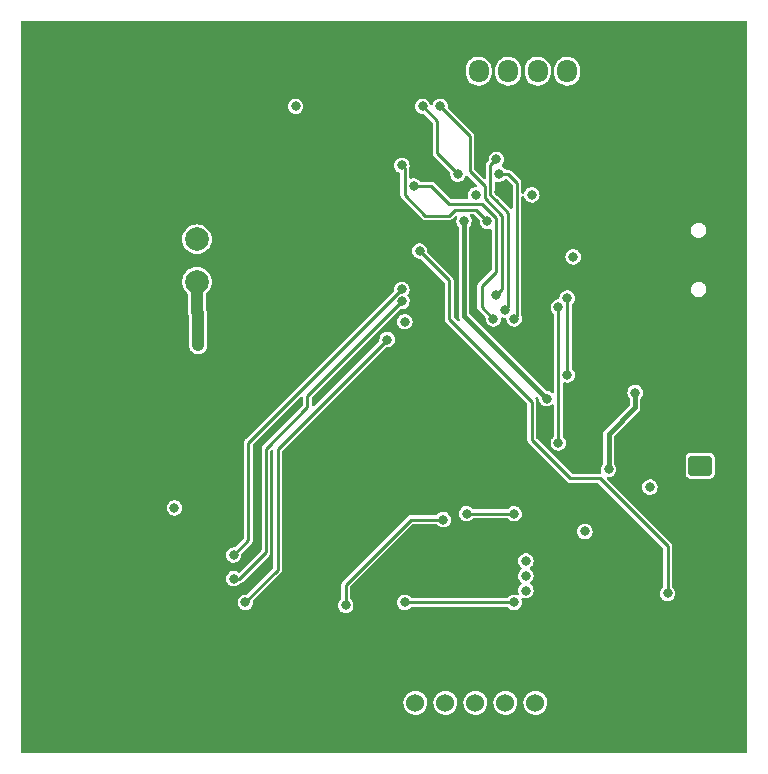
<source format=gbl>
G04 #@! TF.GenerationSoftware,KiCad,Pcbnew,6.0.2-378541a8eb~116~ubuntu20.04.1*
G04 #@! TF.CreationDate,2022-03-07T01:05:26+01:00*
G04 #@! TF.ProjectId,lora_sensor,6c6f7261-5f73-4656-9e73-6f722e6b6963,rev?*
G04 #@! TF.SameCoordinates,Original*
G04 #@! TF.FileFunction,Copper,L4,Bot*
G04 #@! TF.FilePolarity,Positive*
%FSLAX46Y46*%
G04 Gerber Fmt 4.6, Leading zero omitted, Abs format (unit mm)*
G04 Created by KiCad (PCBNEW 6.0.2-378541a8eb~116~ubuntu20.04.1) date 2022-03-07 01:05:26*
%MOMM*%
%LPD*%
G01*
G04 APERTURE LIST*
G04 Aperture macros list*
%AMRoundRect*
0 Rectangle with rounded corners*
0 $1 Rounding radius*
0 $2 $3 $4 $5 $6 $7 $8 $9 X,Y pos of 4 corners*
0 Add a 4 corners polygon primitive as box body*
4,1,4,$2,$3,$4,$5,$6,$7,$8,$9,$2,$3,0*
0 Add four circle primitives for the rounded corners*
1,1,$1+$1,$2,$3*
1,1,$1+$1,$4,$5*
1,1,$1+$1,$6,$7*
1,1,$1+$1,$8,$9*
0 Add four rect primitives between the rounded corners*
20,1,$1+$1,$2,$3,$4,$5,0*
20,1,$1+$1,$4,$5,$6,$7,0*
20,1,$1+$1,$6,$7,$8,$9,0*
20,1,$1+$1,$8,$9,$2,$3,0*%
G04 Aperture macros list end*
G04 #@! TA.AperFunction,ComponentPad*
%ADD10C,5.000000*%
G04 #@! TD*
G04 #@! TA.AperFunction,SMDPad,CuDef*
%ADD11R,0.635000X1.143000*%
G04 #@! TD*
G04 #@! TA.AperFunction,ComponentPad*
%ADD12RoundRect,0.250000X0.600000X0.725000X-0.600000X0.725000X-0.600000X-0.725000X0.600000X-0.725000X0*%
G04 #@! TD*
G04 #@! TA.AperFunction,ComponentPad*
%ADD13O,1.700000X1.950000*%
G04 #@! TD*
G04 #@! TA.AperFunction,ComponentPad*
%ADD14R,1.524000X1.524000*%
G04 #@! TD*
G04 #@! TA.AperFunction,ComponentPad*
%ADD15C,1.524000*%
G04 #@! TD*
G04 #@! TA.AperFunction,ComponentPad*
%ADD16RoundRect,0.250000X0.750000X-0.600000X0.750000X0.600000X-0.750000X0.600000X-0.750000X-0.600000X0*%
G04 #@! TD*
G04 #@! TA.AperFunction,ComponentPad*
%ADD17O,2.000000X1.700000*%
G04 #@! TD*
G04 #@! TA.AperFunction,ComponentPad*
%ADD18C,2.000000*%
G04 #@! TD*
G04 #@! TA.AperFunction,ComponentPad*
%ADD19C,1.800000*%
G04 #@! TD*
G04 #@! TA.AperFunction,ViaPad*
%ADD20C,0.800000*%
G04 #@! TD*
G04 #@! TA.AperFunction,Conductor*
%ADD21C,0.250000*%
G04 #@! TD*
G04 #@! TA.AperFunction,Conductor*
%ADD22C,0.400000*%
G04 #@! TD*
G04 #@! TA.AperFunction,Conductor*
%ADD23C,0.500000*%
G04 #@! TD*
G04 #@! TA.AperFunction,Conductor*
%ADD24C,1.000000*%
G04 #@! TD*
G04 APERTURE END LIST*
D10*
G04 #@! TO.P,REF\u002A\u002A,1*
G04 #@! TO.N,GND*
X154000000Y-126500000D03*
G04 #@! TD*
G04 #@! TO.P,REF\u002A\u002A,1*
G04 #@! TO.N,GND*
X108000000Y-126500000D03*
G04 #@! TD*
G04 #@! TO.P,REF\u002A\u002A,1*
G04 #@! TO.N,GND*
X108000000Y-80000000D03*
G04 #@! TD*
D11*
G04 #@! TO.P,C110,1*
G04 #@! TO.N,GND*
X116762000Y-98500000D03*
G04 #@! TO.P,C110,2*
G04 #@! TO.N,+3V3*
X115238000Y-98500000D03*
G04 #@! TD*
G04 #@! TO.P,C107,1*
G04 #@! TO.N,GND*
X116762000Y-97000000D03*
G04 #@! TO.P,C107,2*
G04 #@! TO.N,+3V3*
X115238000Y-97000000D03*
G04 #@! TD*
D12*
G04 #@! TO.P,J105,1,Pin_1*
G04 #@! TO.N,GND*
X148999998Y-76525000D03*
D13*
G04 #@! TO.P,J105,2,Pin_2*
G04 #@! TO.N,/OUT1*
X146499998Y-76525000D03*
G04 #@! TO.P,J105,3,Pin_3*
G04 #@! TO.N,/OUT2*
X143999998Y-76525000D03*
G04 #@! TO.P,J105,4,Pin_4*
G04 #@! TO.N,/OUT3*
X141499998Y-76525000D03*
G04 #@! TO.P,J105,5,Pin_5*
G04 #@! TO.N,VCC*
X138999998Y-76525000D03*
G04 #@! TD*
D14*
G04 #@! TO.P,J103,1,Pin_1*
G04 #@! TO.N,GND*
X146350000Y-130000000D03*
D15*
G04 #@! TO.P,J103,2,Pin_2*
G04 #@! TO.N,/~{CTS}*
X143810000Y-130000000D03*
G04 #@! TO.P,J103,3,Pin_3*
G04 #@! TO.N,/5V*
X141270000Y-130000000D03*
G04 #@! TO.P,J103,4,Pin_4*
G04 #@! TO.N,/RX*
X138730000Y-130000000D03*
G04 #@! TO.P,J103,5,Pin_5*
G04 #@! TO.N,/TX*
X136190000Y-130000000D03*
G04 #@! TO.P,J103,6,Pin_6*
G04 #@! TO.N,/~{RTS}*
X133650000Y-130000000D03*
G04 #@! TD*
D16*
G04 #@! TO.P,J102,1,Pin_1*
G04 #@! TO.N,Net-(C102-Pad2)*
X157773001Y-109938500D03*
D17*
G04 #@! TO.P,J102,2,Pin_2*
G04 #@! TO.N,GND*
X157773001Y-107438500D03*
G04 #@! TD*
D18*
G04 #@! TO.P,J101,6,Shield*
G04 #@! TO.N,GND*
X156570000Y-96230000D03*
D19*
X160370000Y-96380000D03*
D18*
X156570000Y-88780000D03*
D19*
X160370000Y-88630000D03*
G04 #@! TD*
D18*
G04 #@! TO.P,U105,1,Vdd*
G04 #@! TO.N,+3V3*
X115150000Y-94350000D03*
G04 #@! TO.P,U105,2,O*
G04 #@! TO.N,Net-(U106-Pad10)*
X115150000Y-90750000D03*
G04 #@! TO.P,U105,3,GND*
G04 #@! TO.N,GND*
X111550000Y-90750000D03*
G04 #@! TD*
D20*
G04 #@! TO.N,GND*
X151750000Y-117750000D03*
X144250000Y-90500000D03*
X144250000Y-99750000D03*
X159250000Y-102250000D03*
X158750000Y-99750000D03*
X158750000Y-77500000D03*
X158750000Y-81500000D03*
X158000000Y-74250000D03*
X113000000Y-73500000D03*
X102500000Y-74000000D03*
X102250000Y-85000000D03*
X102750000Y-98750000D03*
X157000000Y-130750000D03*
X129250000Y-129250000D03*
X109500000Y-132000000D03*
X102500000Y-127000000D03*
X102500000Y-117750000D03*
X102750000Y-111000000D03*
X149250000Y-123500000D03*
X159000000Y-119000000D03*
X159250000Y-122500000D03*
X109500000Y-102000000D03*
X107250000Y-100500000D03*
X106000000Y-93500000D03*
X106750000Y-88250000D03*
X112250000Y-87250000D03*
X123500000Y-74000000D03*
X133000000Y-74000000D03*
X134000000Y-82750000D03*
X128250000Y-87000000D03*
X131000000Y-87000000D03*
X141750000Y-123750000D03*
X137500000Y-123750000D03*
X134000000Y-123750000D03*
X124500000Y-112750000D03*
X124500000Y-115250000D03*
X133500000Y-116250000D03*
X131750000Y-103750000D03*
X128750000Y-106000000D03*
X134250000Y-102750000D03*
X137750000Y-111750000D03*
X137750000Y-108500000D03*
X137750000Y-104750000D03*
X137750000Y-102250000D03*
G04 #@! TO.N,/IO2*
X131250000Y-99250000D03*
X119250000Y-121500000D03*
G04 #@! TO.N,/IO1*
X118250000Y-119500000D03*
X132512299Y-96012299D03*
G04 #@! TO.N,/IO0*
X118250000Y-117500000D03*
X132500000Y-95000000D03*
G04 #@! TO.N,/IO3*
X127750000Y-121750000D03*
X136000000Y-114500000D03*
G04 #@! TO.N,/OUT3_D*
X133500000Y-86250000D03*
X140250000Y-97500000D03*
G04 #@! TO.N,GND*
X159000000Y-120750000D03*
X128500000Y-109500000D03*
X133750000Y-100250000D03*
G04 #@! TO.N,/DIO4*
X142000000Y-121500000D03*
X145750000Y-96500000D03*
X145750000Y-108000000D03*
X132750000Y-121500000D03*
G04 #@! TO.N,/DIO5*
X138000000Y-114000000D03*
X146500000Y-102250000D03*
X142000000Y-114000000D03*
X146500000Y-95750000D03*
G04 #@! TO.N,/~{RST}*
X132500000Y-84500000D03*
X139750000Y-89250000D03*
G04 #@! TO.N,GND*
X139250000Y-92750000D03*
G04 #@! TO.N,/SWCLK*
X140500000Y-95500000D03*
X135750000Y-79500000D03*
G04 #@! TO.N,/OUT2_D*
X140500000Y-84000000D03*
X141250000Y-96750000D03*
G04 #@! TO.N,/SWDIO*
X142000000Y-97500000D03*
X134250000Y-79500000D03*
X140750000Y-85250000D03*
X137250000Y-85250000D03*
G04 #@! TO.N,+3V3*
X113250000Y-113500000D03*
G04 #@! TO.N,/5V*
X152250000Y-103750000D03*
X150000000Y-110250000D03*
G04 #@! TO.N,GND*
X155500000Y-100750000D03*
X148000000Y-99500000D03*
X128500000Y-123500000D03*
X117500000Y-111500000D03*
X117500000Y-109500000D03*
X117750000Y-98500000D03*
X117750000Y-97000000D03*
X123500000Y-80750000D03*
X123500000Y-82000000D03*
X126000000Y-87750000D03*
X137250000Y-86750000D03*
X140750000Y-86750000D03*
X139000000Y-84000000D03*
X145000000Y-84000000D03*
X152000000Y-84000000D03*
X149000000Y-87750000D03*
X146000000Y-89750000D03*
X145250000Y-88500000D03*
X150750000Y-95500000D03*
X142500000Y-105750000D03*
X150500000Y-104500000D03*
X148500000Y-108000000D03*
X145750000Y-114000000D03*
X144750000Y-115000000D03*
X155750000Y-116000000D03*
X151000000Y-122250000D03*
X144750000Y-122500000D03*
G04 #@! TO.N,+3V3*
X115250000Y-99750000D03*
G04 #@! TO.N,/BMON*
X155000000Y-120750000D03*
X134000000Y-91750000D03*
G04 #@! TO.N,/BATV*
X137762299Y-89237701D03*
X144750000Y-104250000D03*
G04 #@! TO.N,GND*
X155250000Y-91250000D03*
G04 #@! TO.N,+3V3*
X147000000Y-92250000D03*
X143500000Y-87000000D03*
X132750000Y-97750000D03*
X138750000Y-87000000D03*
X123500000Y-79500000D03*
X143000000Y-120500000D03*
X143000000Y-118000000D03*
X143000000Y-119250000D03*
G04 #@! TO.N,/5V*
X148000000Y-115500000D03*
G04 #@! TO.N,VCC*
X153500000Y-111750000D03*
G04 #@! TD*
D21*
G04 #@! TO.N,/IO2*
X122000000Y-108500000D02*
X122000000Y-114500000D01*
X122000000Y-118750000D02*
X119250000Y-121500000D01*
X131250000Y-99250000D02*
X122000000Y-108500000D01*
X122000000Y-114500000D02*
X122000000Y-118750000D01*
G04 #@! TO.N,/IO1*
X121000000Y-117250000D02*
X121000000Y-112250000D01*
X121000000Y-108500000D02*
X124500000Y-105000000D01*
X118250000Y-119500000D02*
X118750000Y-119500000D01*
X118750000Y-119500000D02*
X121000000Y-117250000D01*
X121000000Y-112250000D02*
X121000000Y-108500000D01*
X124500000Y-105000000D02*
X124500000Y-104024598D01*
X124500000Y-104024598D02*
X132512299Y-96012299D01*
G04 #@! TO.N,/IO0*
X119500000Y-116250000D02*
X118250000Y-117500000D01*
X132500000Y-95000000D02*
X119500000Y-108000000D01*
X119500000Y-113750000D02*
X119500000Y-116250000D01*
X119500000Y-108000000D02*
X119500000Y-113750000D01*
G04 #@! TO.N,/BMON*
X134000000Y-91750000D02*
X136500000Y-94250000D01*
X136500000Y-94250000D02*
X136500000Y-97500000D01*
X149250000Y-111000000D02*
X155000000Y-116750000D01*
X155000000Y-116750000D02*
X155000000Y-120750000D01*
X136500000Y-97500000D02*
X143500000Y-104500000D01*
X143500000Y-104500000D02*
X143500000Y-107750000D01*
X143500000Y-107750000D02*
X146750000Y-111000000D01*
X146750000Y-111000000D02*
X149250000Y-111000000D01*
G04 #@! TO.N,/IO3*
X127750000Y-121750000D02*
X127750000Y-120000000D01*
X136000000Y-114500000D02*
X133250000Y-114500000D01*
X127750000Y-120000000D02*
X133250000Y-114500000D01*
G04 #@! TO.N,/OUT3_D*
X140500000Y-93500000D02*
X139250000Y-94750000D01*
X133500000Y-86250000D02*
X135000000Y-86250000D01*
X135000000Y-86250000D02*
X136500000Y-87750000D01*
X139250000Y-94750000D02*
X139250000Y-96500000D01*
X139250000Y-96500000D02*
X140250000Y-97500000D01*
X136500000Y-87750000D02*
X139274614Y-87750000D01*
X139274614Y-87750000D02*
X140500000Y-88975386D01*
X140500000Y-88975386D02*
X140500000Y-93500000D01*
G04 #@! TO.N,/~{RST}*
X139750000Y-89250000D02*
X138750000Y-88250000D01*
X137000000Y-88250000D02*
X136500000Y-88750000D01*
X132750000Y-87000000D02*
X132750000Y-84750000D01*
X138750000Y-88250000D02*
X137000000Y-88250000D01*
X136500000Y-88750000D02*
X134500000Y-88750000D01*
X134500000Y-88750000D02*
X132750000Y-87000000D01*
X132750000Y-84750000D02*
X132500000Y-84500000D01*
G04 #@! TO.N,/SWCLK*
X135750000Y-79500000D02*
X138250000Y-82000000D01*
X141000000Y-88750000D02*
X141000000Y-95000000D01*
X138250000Y-82000000D02*
X138250000Y-85000000D01*
X139500000Y-86250000D02*
X139500000Y-87250000D01*
X138250000Y-85000000D02*
X139500000Y-86250000D01*
X139500000Y-87250000D02*
X141000000Y-88750000D01*
X141000000Y-95000000D02*
X140500000Y-95500000D01*
G04 #@! TO.N,/OUT2_D*
X141250000Y-96750000D02*
X141500000Y-96500000D01*
X141500000Y-96500000D02*
X141500000Y-88500000D01*
X141500000Y-88500000D02*
X140474511Y-87474511D01*
X140474511Y-87474511D02*
X140449897Y-87474511D01*
X140449897Y-87474511D02*
X140000000Y-87024614D01*
X140000000Y-87024614D02*
X140000000Y-84500000D01*
X140000000Y-84500000D02*
X140500000Y-84000000D01*
G04 #@! TO.N,/SWDIO*
X142000000Y-97500000D02*
X142250000Y-97250000D01*
X142250000Y-97250000D02*
X142250000Y-86000000D01*
X142250000Y-86000000D02*
X141500000Y-85250000D01*
X141500000Y-85250000D02*
X140750000Y-85250000D01*
G04 #@! TO.N,/DIO4*
X145750000Y-96500000D02*
X145750000Y-108000000D01*
X142000000Y-121500000D02*
X132750000Y-121500000D01*
G04 #@! TO.N,/DIO5*
X146500000Y-102250000D02*
X146500000Y-95750000D01*
X138000000Y-114000000D02*
X142000000Y-114000000D01*
G04 #@! TO.N,/SWDIO*
X135500000Y-83500000D02*
X137250000Y-85250000D01*
X134250000Y-79500000D02*
X135500000Y-80750000D01*
X135500000Y-80750000D02*
X135500000Y-83500000D01*
D22*
G04 #@! TO.N,/5V*
X152250000Y-105000000D02*
X152250000Y-103750000D01*
X150000000Y-110250000D02*
X150000000Y-107250000D01*
X150000000Y-107250000D02*
X152250000Y-105000000D01*
D23*
G04 #@! TO.N,GND*
X116762000Y-98500000D02*
X117750000Y-98500000D01*
X116762000Y-97000000D02*
X117750000Y-97000000D01*
D24*
G04 #@! TO.N,+3V3*
X115238000Y-99738000D02*
X115250000Y-99750000D01*
X115238000Y-98500000D02*
X115238000Y-99738000D01*
X115150000Y-94350000D02*
X115150000Y-96912000D01*
X115150000Y-96912000D02*
X115238000Y-97000000D01*
X115238000Y-98500000D02*
X115238000Y-97000000D01*
D22*
G04 #@! TO.N,/BATV*
X137762299Y-97262299D02*
X137762299Y-89237701D01*
X140750000Y-100250000D02*
X137762299Y-97262299D01*
X144750000Y-104250000D02*
X142000000Y-101500000D01*
X142000000Y-101500000D02*
X140750000Y-100250000D01*
G04 #@! TD*
G04 #@! TA.AperFunction,Conductor*
G04 #@! TO.N,GND*
G36*
X161693039Y-72269685D02*
G01*
X161738794Y-72322489D01*
X161750000Y-72374000D01*
X161750000Y-134151000D01*
X161730315Y-134218039D01*
X161677511Y-134263794D01*
X161626000Y-134275000D01*
X100349000Y-134275000D01*
X100281961Y-134255315D01*
X100236206Y-134202511D01*
X100225000Y-134151000D01*
X100225000Y-129985795D01*
X132632700Y-129985795D01*
X132649315Y-130183660D01*
X132704046Y-130374530D01*
X132794808Y-130551133D01*
X132918144Y-130706745D01*
X133069357Y-130835436D01*
X133074653Y-130838396D01*
X133074656Y-130838398D01*
X133104865Y-130855281D01*
X133242685Y-130932307D01*
X133431528Y-130993665D01*
X133437549Y-130994383D01*
X133504839Y-131002407D01*
X133628693Y-131017176D01*
X133634736Y-131016711D01*
X133634738Y-131016711D01*
X133820631Y-131002407D01*
X133820635Y-131002406D01*
X133826669Y-131001942D01*
X133832501Y-131000314D01*
X133832505Y-131000313D01*
X134012075Y-130950176D01*
X134012077Y-130950175D01*
X134017916Y-130948545D01*
X134195150Y-130859018D01*
X134199929Y-130855284D01*
X134199934Y-130855281D01*
X134346838Y-130740507D01*
X134346841Y-130740504D01*
X134351618Y-130736772D01*
X134481362Y-130586462D01*
X134579440Y-130413813D01*
X134642116Y-130225403D01*
X134647390Y-130183660D01*
X134666567Y-130031852D01*
X134666567Y-130031848D01*
X134667002Y-130028407D01*
X134667399Y-130000000D01*
X134666006Y-129985795D01*
X135172700Y-129985795D01*
X135189315Y-130183660D01*
X135244046Y-130374530D01*
X135334808Y-130551133D01*
X135458144Y-130706745D01*
X135609357Y-130835436D01*
X135614653Y-130838396D01*
X135614656Y-130838398D01*
X135644865Y-130855281D01*
X135782685Y-130932307D01*
X135971528Y-130993665D01*
X135977549Y-130994383D01*
X136044839Y-131002407D01*
X136168693Y-131017176D01*
X136174736Y-131016711D01*
X136174738Y-131016711D01*
X136360631Y-131002407D01*
X136360635Y-131002406D01*
X136366669Y-131001942D01*
X136372501Y-131000314D01*
X136372505Y-131000313D01*
X136552075Y-130950176D01*
X136552077Y-130950175D01*
X136557916Y-130948545D01*
X136735150Y-130859018D01*
X136739929Y-130855284D01*
X136739934Y-130855281D01*
X136886838Y-130740507D01*
X136886841Y-130740504D01*
X136891618Y-130736772D01*
X137021362Y-130586462D01*
X137119440Y-130413813D01*
X137182116Y-130225403D01*
X137187390Y-130183660D01*
X137206567Y-130031852D01*
X137206567Y-130031848D01*
X137207002Y-130028407D01*
X137207399Y-130000000D01*
X137206006Y-129985795D01*
X137712700Y-129985795D01*
X137729315Y-130183660D01*
X137784046Y-130374530D01*
X137874808Y-130551133D01*
X137998144Y-130706745D01*
X138149357Y-130835436D01*
X138154653Y-130838396D01*
X138154656Y-130838398D01*
X138184865Y-130855281D01*
X138322685Y-130932307D01*
X138511528Y-130993665D01*
X138517549Y-130994383D01*
X138584839Y-131002407D01*
X138708693Y-131017176D01*
X138714736Y-131016711D01*
X138714738Y-131016711D01*
X138900631Y-131002407D01*
X138900635Y-131002406D01*
X138906669Y-131001942D01*
X138912501Y-131000314D01*
X138912505Y-131000313D01*
X139092075Y-130950176D01*
X139092077Y-130950175D01*
X139097916Y-130948545D01*
X139275150Y-130859018D01*
X139279929Y-130855284D01*
X139279934Y-130855281D01*
X139426838Y-130740507D01*
X139426841Y-130740504D01*
X139431618Y-130736772D01*
X139561362Y-130586462D01*
X139659440Y-130413813D01*
X139722116Y-130225403D01*
X139727390Y-130183660D01*
X139746567Y-130031852D01*
X139746567Y-130031848D01*
X139747002Y-130028407D01*
X139747399Y-130000000D01*
X139746006Y-129985795D01*
X140252700Y-129985795D01*
X140269315Y-130183660D01*
X140324046Y-130374530D01*
X140414808Y-130551133D01*
X140538144Y-130706745D01*
X140689357Y-130835436D01*
X140694653Y-130838396D01*
X140694656Y-130838398D01*
X140724865Y-130855281D01*
X140862685Y-130932307D01*
X141051528Y-130993665D01*
X141057549Y-130994383D01*
X141124839Y-131002407D01*
X141248693Y-131017176D01*
X141254736Y-131016711D01*
X141254738Y-131016711D01*
X141440631Y-131002407D01*
X141440635Y-131002406D01*
X141446669Y-131001942D01*
X141452501Y-131000314D01*
X141452505Y-131000313D01*
X141632075Y-130950176D01*
X141632077Y-130950175D01*
X141637916Y-130948545D01*
X141815150Y-130859018D01*
X141819929Y-130855284D01*
X141819934Y-130855281D01*
X141966838Y-130740507D01*
X141966841Y-130740504D01*
X141971618Y-130736772D01*
X142101362Y-130586462D01*
X142199440Y-130413813D01*
X142262116Y-130225403D01*
X142267390Y-130183660D01*
X142286567Y-130031852D01*
X142286567Y-130031848D01*
X142287002Y-130028407D01*
X142287399Y-130000000D01*
X142286006Y-129985795D01*
X142792700Y-129985795D01*
X142809315Y-130183660D01*
X142864046Y-130374530D01*
X142954808Y-130551133D01*
X143078144Y-130706745D01*
X143229357Y-130835436D01*
X143234653Y-130838396D01*
X143234656Y-130838398D01*
X143264865Y-130855281D01*
X143402685Y-130932307D01*
X143591528Y-130993665D01*
X143597549Y-130994383D01*
X143664839Y-131002407D01*
X143788693Y-131017176D01*
X143794736Y-131016711D01*
X143794738Y-131016711D01*
X143980631Y-131002407D01*
X143980635Y-131002406D01*
X143986669Y-131001942D01*
X143992501Y-131000314D01*
X143992505Y-131000313D01*
X144172075Y-130950176D01*
X144172077Y-130950175D01*
X144177916Y-130948545D01*
X144355150Y-130859018D01*
X144359929Y-130855284D01*
X144359934Y-130855281D01*
X144506838Y-130740507D01*
X144506841Y-130740504D01*
X144511618Y-130736772D01*
X144641362Y-130586462D01*
X144739440Y-130413813D01*
X144802116Y-130225403D01*
X144807390Y-130183660D01*
X144826567Y-130031852D01*
X144826567Y-130031848D01*
X144827002Y-130028407D01*
X144827399Y-130000000D01*
X144808023Y-129802386D01*
X144750632Y-129612299D01*
X144657413Y-129436980D01*
X144531917Y-129283106D01*
X144378922Y-129156538D01*
X144204258Y-129062097D01*
X144195853Y-129059495D01*
X144020368Y-129005174D01*
X144020369Y-129005174D01*
X144014576Y-129003381D01*
X143817103Y-128982626D01*
X143811070Y-128983175D01*
X143811066Y-128983175D01*
X143691218Y-128994082D01*
X143619358Y-129000622D01*
X143613546Y-129002333D01*
X143613544Y-129002333D01*
X143434696Y-129054971D01*
X143428876Y-129056684D01*
X143252910Y-129148677D01*
X143098163Y-129273096D01*
X142970530Y-129425203D01*
X142874873Y-129599204D01*
X142814834Y-129788471D01*
X142792700Y-129985795D01*
X142286006Y-129985795D01*
X142268023Y-129802386D01*
X142210632Y-129612299D01*
X142117413Y-129436980D01*
X141991917Y-129283106D01*
X141838922Y-129156538D01*
X141664258Y-129062097D01*
X141655853Y-129059495D01*
X141480368Y-129005174D01*
X141480369Y-129005174D01*
X141474576Y-129003381D01*
X141277103Y-128982626D01*
X141271070Y-128983175D01*
X141271066Y-128983175D01*
X141151218Y-128994082D01*
X141079358Y-129000622D01*
X141073546Y-129002333D01*
X141073544Y-129002333D01*
X140894696Y-129054971D01*
X140888876Y-129056684D01*
X140712910Y-129148677D01*
X140558163Y-129273096D01*
X140430530Y-129425203D01*
X140334873Y-129599204D01*
X140274834Y-129788471D01*
X140252700Y-129985795D01*
X139746006Y-129985795D01*
X139728023Y-129802386D01*
X139670632Y-129612299D01*
X139577413Y-129436980D01*
X139451917Y-129283106D01*
X139298922Y-129156538D01*
X139124258Y-129062097D01*
X139115853Y-129059495D01*
X138940368Y-129005174D01*
X138940369Y-129005174D01*
X138934576Y-129003381D01*
X138737103Y-128982626D01*
X138731070Y-128983175D01*
X138731066Y-128983175D01*
X138611218Y-128994082D01*
X138539358Y-129000622D01*
X138533546Y-129002333D01*
X138533544Y-129002333D01*
X138354696Y-129054971D01*
X138348876Y-129056684D01*
X138172910Y-129148677D01*
X138018163Y-129273096D01*
X137890530Y-129425203D01*
X137794873Y-129599204D01*
X137734834Y-129788471D01*
X137712700Y-129985795D01*
X137206006Y-129985795D01*
X137188023Y-129802386D01*
X137130632Y-129612299D01*
X137037413Y-129436980D01*
X136911917Y-129283106D01*
X136758922Y-129156538D01*
X136584258Y-129062097D01*
X136575853Y-129059495D01*
X136400368Y-129005174D01*
X136400369Y-129005174D01*
X136394576Y-129003381D01*
X136197103Y-128982626D01*
X136191070Y-128983175D01*
X136191066Y-128983175D01*
X136071218Y-128994082D01*
X135999358Y-129000622D01*
X135993546Y-129002333D01*
X135993544Y-129002333D01*
X135814696Y-129054971D01*
X135808876Y-129056684D01*
X135632910Y-129148677D01*
X135478163Y-129273096D01*
X135350530Y-129425203D01*
X135254873Y-129599204D01*
X135194834Y-129788471D01*
X135172700Y-129985795D01*
X134666006Y-129985795D01*
X134648023Y-129802386D01*
X134590632Y-129612299D01*
X134497413Y-129436980D01*
X134371917Y-129283106D01*
X134218922Y-129156538D01*
X134044258Y-129062097D01*
X134035853Y-129059495D01*
X133860368Y-129005174D01*
X133860369Y-129005174D01*
X133854576Y-129003381D01*
X133657103Y-128982626D01*
X133651070Y-128983175D01*
X133651066Y-128983175D01*
X133531218Y-128994082D01*
X133459358Y-129000622D01*
X133453546Y-129002333D01*
X133453544Y-129002333D01*
X133274696Y-129054971D01*
X133268876Y-129056684D01*
X133092910Y-129148677D01*
X132938163Y-129273096D01*
X132810530Y-129425203D01*
X132714873Y-129599204D01*
X132654834Y-129788471D01*
X132632700Y-129985795D01*
X100225000Y-129985795D01*
X100225000Y-119493138D01*
X117594758Y-119493138D01*
X117595578Y-119500566D01*
X117595578Y-119500568D01*
X117602767Y-119565683D01*
X117612035Y-119649633D01*
X117614601Y-119656645D01*
X117614602Y-119656649D01*
X117624321Y-119683206D01*
X117666143Y-119797490D01*
X117753958Y-119928172D01*
X117791046Y-119961919D01*
X117864878Y-120029102D01*
X117864882Y-120029105D01*
X117870410Y-120034135D01*
X117876980Y-120037702D01*
X117876981Y-120037703D01*
X117941660Y-120072821D01*
X118008776Y-120109262D01*
X118111031Y-120136088D01*
X118153841Y-120147319D01*
X118153843Y-120147319D01*
X118161069Y-120149215D01*
X118238127Y-120150425D01*
X118311025Y-120151571D01*
X118311028Y-120151571D01*
X118318495Y-120151688D01*
X118325776Y-120150020D01*
X118325780Y-120150020D01*
X118464681Y-120118207D01*
X118471968Y-120116538D01*
X118612625Y-120045795D01*
X118618306Y-120040943D01*
X118618309Y-120040941D01*
X118726666Y-119948395D01*
X118726667Y-119948394D01*
X118732348Y-119943542D01*
X118750192Y-119918710D01*
X118805295Y-119875757D01*
X118836313Y-119867931D01*
X118846032Y-119866781D01*
X118846034Y-119866780D01*
X118856210Y-119865576D01*
X118864377Y-119861654D01*
X118873313Y-119860167D01*
X118917958Y-119836077D01*
X118923163Y-119833425D01*
X118925050Y-119832519D01*
X118968900Y-119811463D01*
X118973131Y-119807906D01*
X118975017Y-119806020D01*
X118976947Y-119804249D01*
X118977000Y-119804221D01*
X118977117Y-119804348D01*
X118977674Y-119803857D01*
X118983329Y-119800806D01*
X118992885Y-119790469D01*
X119019553Y-119761619D01*
X119022928Y-119758109D01*
X121227839Y-117553198D01*
X121246568Y-117538071D01*
X121247602Y-117537130D01*
X121256210Y-117531572D01*
X121276807Y-117505445D01*
X121280721Y-117501040D01*
X121280651Y-117500981D01*
X121283953Y-117497084D01*
X121287576Y-117493461D01*
X121298687Y-117477912D01*
X121302196Y-117473239D01*
X121312440Y-117460245D01*
X121333603Y-117433400D01*
X121336605Y-117424851D01*
X121341872Y-117417481D01*
X121351161Y-117386423D01*
X121356409Y-117368873D01*
X121358215Y-117363315D01*
X121372438Y-117322814D01*
X121372439Y-117322812D01*
X121375023Y-117315452D01*
X121375500Y-117309945D01*
X121375500Y-117307262D01*
X121375613Y-117304663D01*
X121375636Y-117304585D01*
X121375804Y-117304592D01*
X121375849Y-117303871D01*
X121377691Y-117297713D01*
X121377289Y-117287472D01*
X121377478Y-117285973D01*
X121378758Y-117283038D01*
X121376596Y-117269845D01*
X121375596Y-117244394D01*
X121375500Y-117239526D01*
X121375500Y-108706899D01*
X121395185Y-108639860D01*
X121411819Y-108619218D01*
X121412819Y-108618218D01*
X121474142Y-108584733D01*
X121543834Y-108589717D01*
X121599767Y-108631589D01*
X121624184Y-108697053D01*
X121624500Y-108705899D01*
X121624500Y-117264977D01*
X121620844Y-117277426D01*
X121622917Y-117281766D01*
X121624500Y-117301514D01*
X121624500Y-118543101D01*
X121604815Y-118610140D01*
X121588181Y-118630782D01*
X119405469Y-120813494D01*
X119344146Y-120846979D01*
X119317143Y-120849811D01*
X119209988Y-120849250D01*
X119182158Y-120849104D01*
X119182157Y-120849104D01*
X119174684Y-120849065D01*
X119167421Y-120850809D01*
X119167418Y-120850809D01*
X119098136Y-120867443D01*
X119021588Y-120885820D01*
X118881679Y-120958032D01*
X118763034Y-121061533D01*
X118672501Y-121190348D01*
X118669785Y-121197313D01*
X118669785Y-121197314D01*
X118659009Y-121224954D01*
X118615309Y-121337039D01*
X118594758Y-121493138D01*
X118595578Y-121500566D01*
X118595578Y-121500568D01*
X118597474Y-121517744D01*
X118612035Y-121649633D01*
X118666143Y-121797490D01*
X118670314Y-121803697D01*
X118734781Y-121899633D01*
X118753958Y-121928172D01*
X118776183Y-121948395D01*
X118864878Y-122029102D01*
X118864882Y-122029105D01*
X118870410Y-122034135D01*
X118876980Y-122037702D01*
X118876981Y-122037703D01*
X118915745Y-122058750D01*
X119008776Y-122109262D01*
X119111031Y-122136088D01*
X119153841Y-122147319D01*
X119153843Y-122147319D01*
X119161069Y-122149215D01*
X119238127Y-122150425D01*
X119311025Y-122151571D01*
X119311028Y-122151571D01*
X119318495Y-122151688D01*
X119325776Y-122150020D01*
X119325780Y-122150020D01*
X119464681Y-122118207D01*
X119471968Y-122116538D01*
X119612625Y-122045795D01*
X119618306Y-122040943D01*
X119618309Y-122040941D01*
X119726666Y-121948395D01*
X119726667Y-121948394D01*
X119732348Y-121943542D01*
X119743393Y-121928172D01*
X119781241Y-121875500D01*
X119824224Y-121815683D01*
X119853387Y-121743138D01*
X127094758Y-121743138D01*
X127095578Y-121750566D01*
X127095578Y-121750568D01*
X127102767Y-121815683D01*
X127112035Y-121899633D01*
X127114601Y-121906645D01*
X127114602Y-121906649D01*
X127124321Y-121933206D01*
X127166143Y-122047490D01*
X127253958Y-122178172D01*
X127276183Y-122198395D01*
X127364878Y-122279102D01*
X127364882Y-122279105D01*
X127370410Y-122284135D01*
X127508776Y-122359262D01*
X127611031Y-122386088D01*
X127653841Y-122397319D01*
X127653843Y-122397319D01*
X127661069Y-122399215D01*
X127738127Y-122400425D01*
X127811025Y-122401571D01*
X127811028Y-122401571D01*
X127818495Y-122401688D01*
X127825776Y-122400020D01*
X127825780Y-122400020D01*
X127964681Y-122368207D01*
X127971968Y-122366538D01*
X128112625Y-122295795D01*
X128118306Y-122290943D01*
X128118309Y-122290941D01*
X128226666Y-122198395D01*
X128226667Y-122198394D01*
X128232348Y-122193542D01*
X128243393Y-122178172D01*
X128265563Y-122147319D01*
X128324224Y-122065683D01*
X128382950Y-121919598D01*
X128384793Y-121906649D01*
X128404562Y-121767744D01*
X128404562Y-121767740D01*
X128405134Y-121763723D01*
X128405278Y-121750000D01*
X128396387Y-121676530D01*
X128387262Y-121601119D01*
X128387261Y-121601115D01*
X128386363Y-121593694D01*
X128356145Y-121513723D01*
X128348367Y-121493138D01*
X132094758Y-121493138D01*
X132095578Y-121500566D01*
X132095578Y-121500568D01*
X132097474Y-121517744D01*
X132112035Y-121649633D01*
X132166143Y-121797490D01*
X132170314Y-121803697D01*
X132234781Y-121899633D01*
X132253958Y-121928172D01*
X132276183Y-121948395D01*
X132364878Y-122029102D01*
X132364882Y-122029105D01*
X132370410Y-122034135D01*
X132376980Y-122037702D01*
X132376981Y-122037703D01*
X132415745Y-122058750D01*
X132508776Y-122109262D01*
X132611031Y-122136088D01*
X132653841Y-122147319D01*
X132653843Y-122147319D01*
X132661069Y-122149215D01*
X132738127Y-122150425D01*
X132811025Y-122151571D01*
X132811028Y-122151571D01*
X132818495Y-122151688D01*
X132825776Y-122150020D01*
X132825780Y-122150020D01*
X132964681Y-122118207D01*
X132971968Y-122116538D01*
X133112625Y-122045795D01*
X133118306Y-122040943D01*
X133118309Y-122040941D01*
X133226666Y-121948395D01*
X133226667Y-121948394D01*
X133232348Y-121943542D01*
X133244133Y-121927141D01*
X133299237Y-121884187D01*
X133344831Y-121875500D01*
X141402907Y-121875500D01*
X141469946Y-121895185D01*
X141496771Y-121918472D01*
X141499790Y-121921969D01*
X141503958Y-121928172D01*
X141509488Y-121933204D01*
X141509489Y-121933205D01*
X141614878Y-122029102D01*
X141614882Y-122029105D01*
X141620410Y-122034135D01*
X141626980Y-122037702D01*
X141626981Y-122037703D01*
X141665745Y-122058750D01*
X141758776Y-122109262D01*
X141861031Y-122136088D01*
X141903841Y-122147319D01*
X141903843Y-122147319D01*
X141911069Y-122149215D01*
X141988127Y-122150425D01*
X142061025Y-122151571D01*
X142061028Y-122151571D01*
X142068495Y-122151688D01*
X142075776Y-122150020D01*
X142075780Y-122150020D01*
X142214681Y-122118207D01*
X142221968Y-122116538D01*
X142362625Y-122045795D01*
X142368306Y-122040943D01*
X142368309Y-122040941D01*
X142476666Y-121948395D01*
X142476667Y-121948394D01*
X142482348Y-121943542D01*
X142493393Y-121928172D01*
X142531241Y-121875500D01*
X142574224Y-121815683D01*
X142632950Y-121669598D01*
X142634793Y-121656649D01*
X142654562Y-121517744D01*
X142654562Y-121517740D01*
X142655134Y-121513723D01*
X142655278Y-121500000D01*
X142649116Y-121449077D01*
X142637262Y-121351119D01*
X142637261Y-121351115D01*
X142636363Y-121343694D01*
X142609372Y-121272264D01*
X142604089Y-121202596D01*
X142637311Y-121141129D01*
X142698490Y-121107382D01*
X142758030Y-121112107D01*
X142758776Y-121109262D01*
X142903841Y-121147319D01*
X142903843Y-121147319D01*
X142911069Y-121149215D01*
X142988127Y-121150425D01*
X143061025Y-121151571D01*
X143061028Y-121151571D01*
X143068495Y-121151688D01*
X143075776Y-121150020D01*
X143075780Y-121150020D01*
X143214681Y-121118207D01*
X143221968Y-121116538D01*
X143362625Y-121045795D01*
X143368306Y-121040943D01*
X143368309Y-121040941D01*
X143476666Y-120948395D01*
X143476667Y-120948394D01*
X143482348Y-120943542D01*
X143493393Y-120928172D01*
X143513900Y-120899633D01*
X143574224Y-120815683D01*
X143632950Y-120669598D01*
X143634793Y-120656649D01*
X143654562Y-120517744D01*
X143654562Y-120517740D01*
X143655134Y-120513723D01*
X143655278Y-120500000D01*
X143649640Y-120453408D01*
X143637262Y-120351119D01*
X143637261Y-120351115D01*
X143636363Y-120343694D01*
X143591495Y-120224954D01*
X143583354Y-120203408D01*
X143583352Y-120203405D01*
X143580710Y-120196412D01*
X143572337Y-120184229D01*
X143495768Y-120072821D01*
X143495765Y-120072818D01*
X143491531Y-120066657D01*
X143379353Y-119966709D01*
X143342394Y-119907416D01*
X143343358Y-119837553D01*
X143381310Y-119779837D01*
X143476666Y-119698395D01*
X143476667Y-119698394D01*
X143482348Y-119693542D01*
X143493393Y-119678172D01*
X143519237Y-119642205D01*
X143574224Y-119565683D01*
X143632950Y-119419598D01*
X143634793Y-119406649D01*
X143654562Y-119267744D01*
X143654562Y-119267740D01*
X143655134Y-119263723D01*
X143655278Y-119250000D01*
X143653551Y-119235727D01*
X143637262Y-119101119D01*
X143637261Y-119101115D01*
X143636363Y-119093694D01*
X143592617Y-118977923D01*
X143583354Y-118953408D01*
X143583352Y-118953405D01*
X143580710Y-118946412D01*
X143571767Y-118933400D01*
X143495768Y-118822821D01*
X143495765Y-118822818D01*
X143491531Y-118816657D01*
X143379353Y-118716709D01*
X143342394Y-118657416D01*
X143343358Y-118587553D01*
X143381310Y-118529837D01*
X143476666Y-118448395D01*
X143476667Y-118448394D01*
X143482348Y-118443542D01*
X143493393Y-118428172D01*
X143513798Y-118399775D01*
X143574224Y-118315683D01*
X143632950Y-118169598D01*
X143635516Y-118151571D01*
X143654562Y-118017744D01*
X143654562Y-118017740D01*
X143655134Y-118013723D01*
X143655278Y-118000000D01*
X143648446Y-117943542D01*
X143637262Y-117851119D01*
X143637261Y-117851115D01*
X143636363Y-117843694D01*
X143623159Y-117808750D01*
X143583354Y-117703408D01*
X143583352Y-117703405D01*
X143580710Y-117696412D01*
X143572337Y-117684229D01*
X143495768Y-117572821D01*
X143495765Y-117572818D01*
X143491531Y-117566657D01*
X143409378Y-117493461D01*
X143379559Y-117466893D01*
X143379558Y-117466892D01*
X143373976Y-117461919D01*
X143234831Y-117388245D01*
X143082128Y-117349889D01*
X143000329Y-117349461D01*
X142932158Y-117349104D01*
X142932157Y-117349104D01*
X142924684Y-117349065D01*
X142917421Y-117350809D01*
X142917418Y-117350809D01*
X142865328Y-117363315D01*
X142771588Y-117385820D01*
X142631679Y-117458032D01*
X142626048Y-117462945D01*
X142626047Y-117462945D01*
X142583570Y-117500000D01*
X142513034Y-117561533D01*
X142422501Y-117690348D01*
X142365309Y-117837039D01*
X142344758Y-117993138D01*
X142345578Y-118000566D01*
X142345578Y-118000568D01*
X142347474Y-118017744D01*
X142362035Y-118149633D01*
X142416143Y-118297490D01*
X142503958Y-118428172D01*
X142526183Y-118448395D01*
X142620410Y-118534135D01*
X142618175Y-118536591D01*
X142652202Y-118579785D01*
X142658902Y-118649333D01*
X142626937Y-118711462D01*
X142618637Y-118719409D01*
X142518669Y-118806616D01*
X142518664Y-118806622D01*
X142513034Y-118811533D01*
X142422501Y-118940348D01*
X142419785Y-118947313D01*
X142419785Y-118947314D01*
X142407851Y-118977923D01*
X142365309Y-119087039D01*
X142344758Y-119243138D01*
X142345578Y-119250566D01*
X142345578Y-119250568D01*
X142347474Y-119267744D01*
X142362035Y-119399633D01*
X142416143Y-119547490D01*
X142420314Y-119553697D01*
X142484781Y-119649633D01*
X142503958Y-119678172D01*
X142590081Y-119756538D01*
X142620410Y-119784135D01*
X142618175Y-119786591D01*
X142652202Y-119829785D01*
X142658902Y-119899333D01*
X142626937Y-119961462D01*
X142618637Y-119969409D01*
X142518669Y-120056616D01*
X142518664Y-120056622D01*
X142513034Y-120061533D01*
X142422501Y-120190348D01*
X142419785Y-120197313D01*
X142419785Y-120197314D01*
X142409009Y-120224954D01*
X142365309Y-120337039D01*
X142344758Y-120493138D01*
X142345578Y-120500566D01*
X142345578Y-120500568D01*
X142347474Y-120517744D01*
X142362035Y-120649633D01*
X142364601Y-120656645D01*
X142364602Y-120656649D01*
X142391100Y-120729057D01*
X142395653Y-120798778D01*
X142361789Y-120859893D01*
X142300260Y-120892998D01*
X142234940Y-120887810D01*
X142234831Y-120888245D01*
X142082128Y-120849889D01*
X142000329Y-120849461D01*
X141932158Y-120849104D01*
X141932157Y-120849104D01*
X141924684Y-120849065D01*
X141917421Y-120850809D01*
X141917418Y-120850809D01*
X141848136Y-120867443D01*
X141771588Y-120885820D01*
X141631679Y-120958032D01*
X141626048Y-120962945D01*
X141626047Y-120962945D01*
X141522017Y-121053697D01*
X141513034Y-121061533D01*
X141508736Y-121067649D01*
X141505820Y-121071798D01*
X141451168Y-121115329D01*
X141404367Y-121124500D01*
X133346525Y-121124500D01*
X133279486Y-121104815D01*
X133251522Y-121077705D01*
X133250707Y-121078424D01*
X133245768Y-121072822D01*
X133241531Y-121066657D01*
X133123976Y-120961919D01*
X132984831Y-120888245D01*
X132832128Y-120849889D01*
X132750329Y-120849461D01*
X132682158Y-120849104D01*
X132682157Y-120849104D01*
X132674684Y-120849065D01*
X132667421Y-120850809D01*
X132667418Y-120850809D01*
X132598136Y-120867443D01*
X132521588Y-120885820D01*
X132381679Y-120958032D01*
X132263034Y-121061533D01*
X132172501Y-121190348D01*
X132169785Y-121197313D01*
X132169785Y-121197314D01*
X132159009Y-121224954D01*
X132115309Y-121337039D01*
X132094758Y-121493138D01*
X128348367Y-121493138D01*
X128333354Y-121453408D01*
X128333352Y-121453405D01*
X128330710Y-121446412D01*
X128299972Y-121401688D01*
X128245768Y-121322821D01*
X128245765Y-121322818D01*
X128241531Y-121316657D01*
X128167011Y-121250262D01*
X128130052Y-121190968D01*
X128125500Y-121157679D01*
X128125500Y-120206899D01*
X128145185Y-120139860D01*
X128161819Y-120119218D01*
X132787900Y-115493138D01*
X147344758Y-115493138D01*
X147345578Y-115500566D01*
X147345578Y-115500568D01*
X147347474Y-115517744D01*
X147362035Y-115649633D01*
X147416143Y-115797490D01*
X147503958Y-115928172D01*
X147526183Y-115948395D01*
X147614878Y-116029102D01*
X147614882Y-116029105D01*
X147620410Y-116034135D01*
X147626980Y-116037702D01*
X147626981Y-116037703D01*
X147752208Y-116105696D01*
X147758776Y-116109262D01*
X147840806Y-116130782D01*
X147903841Y-116147319D01*
X147903843Y-116147319D01*
X147911069Y-116149215D01*
X147988127Y-116150425D01*
X148061025Y-116151571D01*
X148061028Y-116151571D01*
X148068495Y-116151688D01*
X148075776Y-116150020D01*
X148075780Y-116150020D01*
X148214681Y-116118207D01*
X148221968Y-116116538D01*
X148362625Y-116045795D01*
X148368306Y-116040943D01*
X148368309Y-116040941D01*
X148476666Y-115948395D01*
X148476667Y-115948394D01*
X148482348Y-115943542D01*
X148493393Y-115928172D01*
X148513798Y-115899775D01*
X148574224Y-115815683D01*
X148632950Y-115669598D01*
X148634793Y-115656649D01*
X148654562Y-115517744D01*
X148654562Y-115517740D01*
X148655134Y-115513723D01*
X148655278Y-115500000D01*
X148636363Y-115343694D01*
X148580710Y-115196412D01*
X148549972Y-115151688D01*
X148495768Y-115072821D01*
X148495765Y-115072818D01*
X148491531Y-115066657D01*
X148373976Y-114961919D01*
X148234831Y-114888245D01*
X148082128Y-114849889D01*
X148000329Y-114849461D01*
X147932158Y-114849104D01*
X147932157Y-114849104D01*
X147924684Y-114849065D01*
X147917421Y-114850809D01*
X147917418Y-114850809D01*
X147848136Y-114867443D01*
X147771588Y-114885820D01*
X147631679Y-114958032D01*
X147513034Y-115061533D01*
X147422501Y-115190348D01*
X147365309Y-115337039D01*
X147344758Y-115493138D01*
X132787900Y-115493138D01*
X133369219Y-114911819D01*
X133430542Y-114878334D01*
X133456900Y-114875500D01*
X135402907Y-114875500D01*
X135469946Y-114895185D01*
X135496771Y-114918472D01*
X135499790Y-114921969D01*
X135503958Y-114928172D01*
X135509488Y-114933204D01*
X135509489Y-114933205D01*
X135614878Y-115029102D01*
X135614882Y-115029105D01*
X135620410Y-115034135D01*
X135626980Y-115037702D01*
X135626981Y-115037703D01*
X135691660Y-115072821D01*
X135758776Y-115109262D01*
X135861031Y-115136088D01*
X135903841Y-115147319D01*
X135903843Y-115147319D01*
X135911069Y-115149215D01*
X135988127Y-115150425D01*
X136061025Y-115151571D01*
X136061028Y-115151571D01*
X136068495Y-115151688D01*
X136075776Y-115150020D01*
X136075780Y-115150020D01*
X136214681Y-115118207D01*
X136221968Y-115116538D01*
X136362625Y-115045795D01*
X136368306Y-115040943D01*
X136368309Y-115040941D01*
X136476666Y-114948395D01*
X136476667Y-114948394D01*
X136482348Y-114943542D01*
X136493393Y-114928172D01*
X136549644Y-114849889D01*
X136574224Y-114815683D01*
X136632950Y-114669598D01*
X136635516Y-114651571D01*
X136654562Y-114517744D01*
X136654562Y-114517740D01*
X136655134Y-114513723D01*
X136655278Y-114500000D01*
X136647712Y-114437474D01*
X136637262Y-114351119D01*
X136637261Y-114351115D01*
X136636363Y-114343694D01*
X136623159Y-114308750D01*
X136583354Y-114203408D01*
X136583352Y-114203405D01*
X136580710Y-114196412D01*
X136572977Y-114185161D01*
X136495768Y-114072821D01*
X136495765Y-114072818D01*
X136491531Y-114066657D01*
X136412191Y-113995967D01*
X136409016Y-113993138D01*
X137344758Y-113993138D01*
X137345578Y-114000566D01*
X137345578Y-114000568D01*
X137347474Y-114017744D01*
X137362035Y-114149633D01*
X137364601Y-114156645D01*
X137364602Y-114156649D01*
X137380172Y-114199194D01*
X137416143Y-114297490D01*
X137503958Y-114428172D01*
X137526183Y-114448395D01*
X137614878Y-114529102D01*
X137614882Y-114529105D01*
X137620410Y-114534135D01*
X137758776Y-114609262D01*
X137861031Y-114636088D01*
X137903841Y-114647319D01*
X137903843Y-114647319D01*
X137911069Y-114649215D01*
X137988127Y-114650425D01*
X138061025Y-114651571D01*
X138061028Y-114651571D01*
X138068495Y-114651688D01*
X138075776Y-114650020D01*
X138075780Y-114650020D01*
X138214681Y-114618207D01*
X138221968Y-114616538D01*
X138362625Y-114545795D01*
X138368306Y-114540943D01*
X138368309Y-114540941D01*
X138476666Y-114448395D01*
X138476667Y-114448394D01*
X138482348Y-114443542D01*
X138494133Y-114427141D01*
X138549237Y-114384187D01*
X138594831Y-114375500D01*
X141402907Y-114375500D01*
X141469946Y-114395185D01*
X141496771Y-114418472D01*
X141499790Y-114421969D01*
X141503958Y-114428172D01*
X141509488Y-114433204D01*
X141509489Y-114433205D01*
X141614878Y-114529102D01*
X141614882Y-114529105D01*
X141620410Y-114534135D01*
X141758776Y-114609262D01*
X141861031Y-114636088D01*
X141903841Y-114647319D01*
X141903843Y-114647319D01*
X141911069Y-114649215D01*
X141988127Y-114650425D01*
X142061025Y-114651571D01*
X142061028Y-114651571D01*
X142068495Y-114651688D01*
X142075776Y-114650020D01*
X142075780Y-114650020D01*
X142214681Y-114618207D01*
X142221968Y-114616538D01*
X142362625Y-114545795D01*
X142368306Y-114540943D01*
X142368309Y-114540941D01*
X142476666Y-114448395D01*
X142476667Y-114448394D01*
X142482348Y-114443542D01*
X142493393Y-114428172D01*
X142531241Y-114375500D01*
X142574224Y-114315683D01*
X142632950Y-114169598D01*
X142635516Y-114151571D01*
X142654562Y-114017744D01*
X142654562Y-114017740D01*
X142655134Y-114013723D01*
X142655278Y-114000000D01*
X142650670Y-113961919D01*
X142637262Y-113851119D01*
X142637261Y-113851115D01*
X142636363Y-113843694D01*
X142623159Y-113808750D01*
X142583354Y-113703408D01*
X142583352Y-113703405D01*
X142580710Y-113696412D01*
X142572337Y-113684229D01*
X142495768Y-113572821D01*
X142495765Y-113572818D01*
X142491531Y-113566657D01*
X142412191Y-113495967D01*
X142379559Y-113466893D01*
X142379558Y-113466892D01*
X142373976Y-113461919D01*
X142234831Y-113388245D01*
X142082128Y-113349889D01*
X142000329Y-113349461D01*
X141932158Y-113349104D01*
X141932157Y-113349104D01*
X141924684Y-113349065D01*
X141917421Y-113350809D01*
X141917418Y-113350809D01*
X141848136Y-113367443D01*
X141771588Y-113385820D01*
X141631679Y-113458032D01*
X141513034Y-113561533D01*
X141508736Y-113567649D01*
X141505820Y-113571798D01*
X141451168Y-113615329D01*
X141404367Y-113624500D01*
X138596525Y-113624500D01*
X138529486Y-113604815D01*
X138501522Y-113577705D01*
X138500707Y-113578424D01*
X138495767Y-113572821D01*
X138491531Y-113566657D01*
X138412191Y-113495967D01*
X138379559Y-113466893D01*
X138379558Y-113466892D01*
X138373976Y-113461919D01*
X138234831Y-113388245D01*
X138082128Y-113349889D01*
X138000329Y-113349461D01*
X137932158Y-113349104D01*
X137932157Y-113349104D01*
X137924684Y-113349065D01*
X137917421Y-113350809D01*
X137917418Y-113350809D01*
X137848136Y-113367443D01*
X137771588Y-113385820D01*
X137631679Y-113458032D01*
X137513034Y-113561533D01*
X137422501Y-113690348D01*
X137365309Y-113837039D01*
X137344758Y-113993138D01*
X136409016Y-113993138D01*
X136379559Y-113966893D01*
X136379558Y-113966892D01*
X136373976Y-113961919D01*
X136234831Y-113888245D01*
X136082128Y-113849889D01*
X136000329Y-113849461D01*
X135932158Y-113849104D01*
X135932157Y-113849104D01*
X135924684Y-113849065D01*
X135917421Y-113850809D01*
X135917418Y-113850809D01*
X135848136Y-113867443D01*
X135771588Y-113885820D01*
X135631679Y-113958032D01*
X135513034Y-114061533D01*
X135508736Y-114067649D01*
X135505820Y-114071798D01*
X135451168Y-114115329D01*
X135404367Y-114124500D01*
X133303285Y-114124500D01*
X133279359Y-114121953D01*
X133277951Y-114121887D01*
X133267934Y-114119730D01*
X133257759Y-114120934D01*
X133257754Y-114120934D01*
X133234891Y-114123640D01*
X133229014Y-114123987D01*
X133229022Y-114124079D01*
X133223927Y-114124500D01*
X133218807Y-114124500D01*
X133213760Y-114125340D01*
X133213749Y-114125341D01*
X133199981Y-114127633D01*
X133194198Y-114128456D01*
X133153970Y-114133217D01*
X133153963Y-114133219D01*
X133143791Y-114134423D01*
X133135622Y-114138346D01*
X133126687Y-114139833D01*
X133117672Y-114144697D01*
X133117667Y-114144699D01*
X133082033Y-114163926D01*
X133076835Y-114166575D01*
X133031101Y-114188537D01*
X133026869Y-114192094D01*
X133024959Y-114194004D01*
X133023057Y-114195749D01*
X133022992Y-114195784D01*
X133022876Y-114195658D01*
X133022326Y-114196143D01*
X133016671Y-114199194D01*
X133009711Y-114206723D01*
X133009710Y-114206724D01*
X132980447Y-114238381D01*
X132977072Y-114241891D01*
X127522161Y-119696802D01*
X127503432Y-119711929D01*
X127502398Y-119712870D01*
X127493790Y-119718428D01*
X127487448Y-119726473D01*
X127473193Y-119744555D01*
X127469280Y-119748958D01*
X127469350Y-119749017D01*
X127466043Y-119752920D01*
X127462425Y-119756538D01*
X127459451Y-119760700D01*
X127451321Y-119772077D01*
X127447830Y-119776728D01*
X127416397Y-119816600D01*
X127413395Y-119825149D01*
X127408128Y-119832519D01*
X127395503Y-119874736D01*
X127393594Y-119881118D01*
X127391788Y-119886676D01*
X127379396Y-119921965D01*
X127374977Y-119934548D01*
X127374500Y-119940055D01*
X127374500Y-119942739D01*
X127374387Y-119945341D01*
X127374365Y-119945415D01*
X127374196Y-119945408D01*
X127374150Y-119946133D01*
X127372310Y-119952287D01*
X127372712Y-119962526D01*
X127372712Y-119962529D01*
X127374404Y-120005581D01*
X127374500Y-120010449D01*
X127374500Y-121157915D01*
X127354815Y-121224954D01*
X127332015Y-121251357D01*
X127263034Y-121311533D01*
X127172501Y-121440348D01*
X127115309Y-121587039D01*
X127094758Y-121743138D01*
X119853387Y-121743138D01*
X119882950Y-121669598D01*
X119884793Y-121656649D01*
X119904562Y-121517744D01*
X119904562Y-121517740D01*
X119905134Y-121513723D01*
X119905278Y-121500000D01*
X119899116Y-121449077D01*
X119910604Y-121380159D01*
X119934537Y-121346500D01*
X122227839Y-119053198D01*
X122246568Y-119038071D01*
X122247602Y-119037130D01*
X122256210Y-119031572D01*
X122276807Y-119005445D01*
X122280720Y-119001042D01*
X122280650Y-119000983D01*
X122283957Y-118997080D01*
X122287575Y-118993462D01*
X122298681Y-118977920D01*
X122302170Y-118973272D01*
X122333603Y-118933400D01*
X122336605Y-118924851D01*
X122341872Y-118917481D01*
X122356405Y-118868885D01*
X122358211Y-118863328D01*
X122372438Y-118822817D01*
X122372440Y-118822807D01*
X122375023Y-118815452D01*
X122375500Y-118809945D01*
X122375500Y-118807262D01*
X122375613Y-118804660D01*
X122375635Y-118804585D01*
X122375804Y-118804592D01*
X122375850Y-118803868D01*
X122377690Y-118797714D01*
X122375596Y-118744420D01*
X122375500Y-118739552D01*
X122375500Y-108706899D01*
X122395185Y-108639860D01*
X122411819Y-108619218D01*
X131095146Y-99935891D01*
X131156469Y-99902406D01*
X131184772Y-99899587D01*
X131252218Y-99900647D01*
X131311025Y-99901571D01*
X131311028Y-99901571D01*
X131318495Y-99901688D01*
X131325776Y-99900020D01*
X131325780Y-99900020D01*
X131464681Y-99868207D01*
X131471968Y-99866538D01*
X131612625Y-99795795D01*
X131618306Y-99790943D01*
X131618309Y-99790941D01*
X131726666Y-99698395D01*
X131726667Y-99698394D01*
X131732348Y-99693542D01*
X131824224Y-99565683D01*
X131882950Y-99419598D01*
X131905134Y-99263723D01*
X131905278Y-99250000D01*
X131886363Y-99093694D01*
X131830710Y-98946412D01*
X131822337Y-98934229D01*
X131745768Y-98822821D01*
X131745765Y-98822818D01*
X131741531Y-98816657D01*
X131623976Y-98711919D01*
X131484831Y-98638245D01*
X131332128Y-98599889D01*
X131250329Y-98599461D01*
X131182158Y-98599104D01*
X131182157Y-98599104D01*
X131174684Y-98599065D01*
X131167421Y-98600809D01*
X131167418Y-98600809D01*
X131098136Y-98617442D01*
X131021588Y-98635820D01*
X130881679Y-98708032D01*
X130763034Y-98811533D01*
X130672501Y-98940348D01*
X130615309Y-99087039D01*
X130594758Y-99243138D01*
X130595578Y-99250566D01*
X130595578Y-99250569D01*
X130601255Y-99301991D01*
X130589046Y-99370785D01*
X130565685Y-99403278D01*
X125087181Y-104881782D01*
X125025858Y-104915267D01*
X124956166Y-104910283D01*
X124900233Y-104868411D01*
X124875816Y-104802947D01*
X124875500Y-104794101D01*
X124875500Y-104231497D01*
X124895185Y-104164458D01*
X124911819Y-104143816D01*
X131312497Y-97743138D01*
X132094758Y-97743138D01*
X132095578Y-97750566D01*
X132095578Y-97750568D01*
X132102767Y-97815683D01*
X132112035Y-97899633D01*
X132114601Y-97906645D01*
X132114602Y-97906649D01*
X132124321Y-97933206D01*
X132166143Y-98047490D01*
X132253958Y-98178172D01*
X132276183Y-98198395D01*
X132364878Y-98279102D01*
X132364882Y-98279105D01*
X132370410Y-98284135D01*
X132508776Y-98359262D01*
X132611031Y-98386088D01*
X132653841Y-98397319D01*
X132653843Y-98397319D01*
X132661069Y-98399215D01*
X132738127Y-98400425D01*
X132811025Y-98401571D01*
X132811028Y-98401571D01*
X132818495Y-98401688D01*
X132825776Y-98400020D01*
X132825780Y-98400020D01*
X132964681Y-98368207D01*
X132971968Y-98366538D01*
X133112625Y-98295795D01*
X133118306Y-98290943D01*
X133118309Y-98290941D01*
X133226666Y-98198395D01*
X133226667Y-98198394D01*
X133232348Y-98193542D01*
X133243393Y-98178172D01*
X133265563Y-98147319D01*
X133324224Y-98065683D01*
X133382950Y-97919598D01*
X133384793Y-97906649D01*
X133404562Y-97767744D01*
X133404562Y-97767740D01*
X133405134Y-97763723D01*
X133405278Y-97750000D01*
X133403551Y-97735727D01*
X133387262Y-97601119D01*
X133387261Y-97601115D01*
X133386363Y-97593694D01*
X133369873Y-97550053D01*
X133333354Y-97453408D01*
X133333352Y-97453405D01*
X133330710Y-97446412D01*
X133299365Y-97400805D01*
X133245768Y-97322821D01*
X133245765Y-97322818D01*
X133241531Y-97316657D01*
X133123976Y-97211919D01*
X132984831Y-97138245D01*
X132832128Y-97099889D01*
X132750329Y-97099461D01*
X132682158Y-97099104D01*
X132682157Y-97099104D01*
X132674684Y-97099065D01*
X132667421Y-97100809D01*
X132667418Y-97100809D01*
X132620743Y-97112015D01*
X132521588Y-97135820D01*
X132381679Y-97208032D01*
X132263034Y-97311533D01*
X132172501Y-97440348D01*
X132115309Y-97587039D01*
X132094758Y-97743138D01*
X131312497Y-97743138D01*
X132357445Y-96698190D01*
X132418768Y-96664705D01*
X132447071Y-96661886D01*
X132514517Y-96662946D01*
X132573324Y-96663870D01*
X132573327Y-96663870D01*
X132580794Y-96663987D01*
X132588075Y-96662319D01*
X132588079Y-96662319D01*
X132726980Y-96630506D01*
X132734267Y-96628837D01*
X132874924Y-96558094D01*
X132880605Y-96553242D01*
X132880608Y-96553240D01*
X132988965Y-96460694D01*
X132988966Y-96460693D01*
X132994647Y-96455841D01*
X133000775Y-96447314D01*
X133074680Y-96344463D01*
X133086523Y-96327982D01*
X133145249Y-96181897D01*
X133146302Y-96174500D01*
X133166861Y-96030043D01*
X133166861Y-96030039D01*
X133167433Y-96026022D01*
X133167577Y-96012299D01*
X133157198Y-95926530D01*
X133149561Y-95863418D01*
X133149560Y-95863414D01*
X133148662Y-95855993D01*
X133112261Y-95759660D01*
X133095653Y-95715707D01*
X133095651Y-95715704D01*
X133093009Y-95708711D01*
X133003830Y-95578956D01*
X133002227Y-95577528D01*
X132973623Y-95516279D01*
X132982977Y-95447038D01*
X132995508Y-95425228D01*
X133036187Y-95368617D01*
X133074224Y-95315683D01*
X133132950Y-95169598D01*
X133134216Y-95160706D01*
X133154562Y-95017744D01*
X133154562Y-95017740D01*
X133155134Y-95013723D01*
X133155278Y-95000000D01*
X133150794Y-94962945D01*
X133137262Y-94851119D01*
X133137261Y-94851115D01*
X133136363Y-94843694D01*
X133123648Y-94810045D01*
X133083354Y-94703408D01*
X133083352Y-94703405D01*
X133080710Y-94696412D01*
X133047208Y-94647667D01*
X132995768Y-94572821D01*
X132995765Y-94572818D01*
X132991531Y-94566657D01*
X132941496Y-94522077D01*
X132879559Y-94466893D01*
X132879558Y-94466892D01*
X132873976Y-94461919D01*
X132734831Y-94388245D01*
X132602428Y-94354988D01*
X132589378Y-94351710D01*
X132582128Y-94349889D01*
X132500329Y-94349461D01*
X132432158Y-94349104D01*
X132432157Y-94349104D01*
X132424684Y-94349065D01*
X132417421Y-94350809D01*
X132417418Y-94350809D01*
X132348136Y-94367443D01*
X132271588Y-94385820D01*
X132131679Y-94458032D01*
X132013034Y-94561533D01*
X131922501Y-94690348D01*
X131919785Y-94697313D01*
X131919785Y-94697314D01*
X131908668Y-94725829D01*
X131865309Y-94837039D01*
X131844758Y-94993138D01*
X131845578Y-95000566D01*
X131845578Y-95000569D01*
X131851255Y-95051991D01*
X131839046Y-95120785D01*
X131815685Y-95153278D01*
X119272161Y-107696802D01*
X119253432Y-107711929D01*
X119252398Y-107712870D01*
X119243790Y-107718428D01*
X119237448Y-107726473D01*
X119223193Y-107744555D01*
X119219280Y-107748958D01*
X119219350Y-107749017D01*
X119216043Y-107752920D01*
X119212425Y-107756538D01*
X119209451Y-107760700D01*
X119201321Y-107772077D01*
X119197830Y-107776728D01*
X119166397Y-107816600D01*
X119163395Y-107825149D01*
X119158128Y-107832519D01*
X119147188Y-107869102D01*
X119143594Y-107881118D01*
X119141788Y-107886676D01*
X119124977Y-107934548D01*
X119124500Y-107940055D01*
X119124500Y-107942739D01*
X119124387Y-107945341D01*
X119124365Y-107945415D01*
X119124196Y-107945408D01*
X119124150Y-107946133D01*
X119122310Y-107952287D01*
X119122712Y-107962526D01*
X119122712Y-107962529D01*
X119124404Y-108005581D01*
X119124500Y-108010449D01*
X119124500Y-116043101D01*
X119104815Y-116110140D01*
X119088181Y-116130782D01*
X118405469Y-116813494D01*
X118344146Y-116846979D01*
X118317143Y-116849811D01*
X118209988Y-116849250D01*
X118182158Y-116849104D01*
X118182157Y-116849104D01*
X118174684Y-116849065D01*
X118167421Y-116850809D01*
X118167418Y-116850809D01*
X118098136Y-116867442D01*
X118021588Y-116885820D01*
X117881679Y-116958032D01*
X117763034Y-117061533D01*
X117672501Y-117190348D01*
X117669785Y-117197313D01*
X117669785Y-117197314D01*
X117643905Y-117263694D01*
X117615309Y-117337039D01*
X117594758Y-117493138D01*
X117595578Y-117500566D01*
X117595578Y-117500568D01*
X117601766Y-117556620D01*
X117612035Y-117649633D01*
X117614601Y-117656645D01*
X117614602Y-117656649D01*
X117629484Y-117697314D01*
X117666143Y-117797490D01*
X117753958Y-117928172D01*
X117776183Y-117948395D01*
X117864878Y-118029102D01*
X117864882Y-118029105D01*
X117870410Y-118034135D01*
X118008776Y-118109262D01*
X118111031Y-118136088D01*
X118153841Y-118147319D01*
X118153843Y-118147319D01*
X118161069Y-118149215D01*
X118238127Y-118150425D01*
X118311025Y-118151571D01*
X118311028Y-118151571D01*
X118318495Y-118151688D01*
X118325776Y-118150020D01*
X118325780Y-118150020D01*
X118464681Y-118118207D01*
X118471968Y-118116538D01*
X118612625Y-118045795D01*
X118618306Y-118040943D01*
X118618309Y-118040941D01*
X118726666Y-117948395D01*
X118726667Y-117948394D01*
X118732348Y-117943542D01*
X118743393Y-117928172D01*
X118763798Y-117899775D01*
X118824224Y-117815683D01*
X118882950Y-117669598D01*
X118884793Y-117656649D01*
X118904562Y-117517744D01*
X118904562Y-117517740D01*
X118905134Y-117513723D01*
X118905278Y-117500000D01*
X118900670Y-117461919D01*
X118899116Y-117449077D01*
X118910604Y-117380159D01*
X118934537Y-117346500D01*
X119727839Y-116553198D01*
X119746568Y-116538071D01*
X119747602Y-116537130D01*
X119756210Y-116531572D01*
X119776807Y-116505445D01*
X119780720Y-116501042D01*
X119780650Y-116500983D01*
X119783957Y-116497080D01*
X119787575Y-116493462D01*
X119798681Y-116477920D01*
X119802170Y-116473272D01*
X119833603Y-116433400D01*
X119836605Y-116424851D01*
X119841872Y-116417481D01*
X119856410Y-116368869D01*
X119858215Y-116363315D01*
X119872438Y-116322814D01*
X119872439Y-116322812D01*
X119875023Y-116315452D01*
X119875500Y-116309945D01*
X119875500Y-116307262D01*
X119875613Y-116304663D01*
X119875636Y-116304585D01*
X119875804Y-116304592D01*
X119875849Y-116303871D01*
X119877691Y-116297713D01*
X119875596Y-116244405D01*
X119875500Y-116239536D01*
X119875500Y-108206899D01*
X119895185Y-108139860D01*
X119911819Y-108119218D01*
X123912819Y-104118218D01*
X123974142Y-104084733D01*
X124043834Y-104089717D01*
X124099767Y-104131589D01*
X124124184Y-104197053D01*
X124124500Y-104205899D01*
X124124500Y-104793101D01*
X124104815Y-104860140D01*
X124088181Y-104880782D01*
X120772161Y-108196802D01*
X120753432Y-108211929D01*
X120752398Y-108212870D01*
X120743790Y-108218428D01*
X120737448Y-108226473D01*
X120723193Y-108244555D01*
X120719280Y-108248958D01*
X120719350Y-108249017D01*
X120716043Y-108252920D01*
X120712425Y-108256538D01*
X120709451Y-108260700D01*
X120701321Y-108272077D01*
X120697830Y-108276728D01*
X120666397Y-108316600D01*
X120663395Y-108325149D01*
X120658128Y-108332519D01*
X120655191Y-108342340D01*
X120643594Y-108381118D01*
X120641788Y-108386676D01*
X120629396Y-108421965D01*
X120624977Y-108434548D01*
X120624500Y-108440055D01*
X120624500Y-108442739D01*
X120624387Y-108445341D01*
X120624365Y-108445415D01*
X120624196Y-108445408D01*
X120624150Y-108446133D01*
X120622310Y-108452287D01*
X120622712Y-108462526D01*
X120622712Y-108462529D01*
X120624404Y-108505581D01*
X120624500Y-108510449D01*
X120624500Y-117043101D01*
X120604815Y-117110140D01*
X120588181Y-117130782D01*
X118775149Y-118943814D01*
X118713826Y-118977299D01*
X118644134Y-118972315D01*
X118624041Y-118961797D01*
X118623976Y-118961919D01*
X118596392Y-118947314D01*
X118484831Y-118888245D01*
X118332128Y-118849889D01*
X118250329Y-118849461D01*
X118182158Y-118849104D01*
X118182157Y-118849104D01*
X118174684Y-118849065D01*
X118167421Y-118850809D01*
X118167418Y-118850809D01*
X118115274Y-118863328D01*
X118021588Y-118885820D01*
X117881679Y-118958032D01*
X117876048Y-118962945D01*
X117876047Y-118962945D01*
X117832376Y-119001042D01*
X117763034Y-119061533D01*
X117672501Y-119190348D01*
X117615309Y-119337039D01*
X117594758Y-119493138D01*
X100225000Y-119493138D01*
X100225000Y-113493138D01*
X112594758Y-113493138D01*
X112595578Y-113500566D01*
X112595578Y-113500568D01*
X112607087Y-113604815D01*
X112612035Y-113649633D01*
X112614601Y-113656645D01*
X112614602Y-113656649D01*
X112629484Y-113697314D01*
X112666143Y-113797490D01*
X112753958Y-113928172D01*
X112791046Y-113961919D01*
X112864878Y-114029102D01*
X112864882Y-114029105D01*
X112870410Y-114034135D01*
X112876980Y-114037702D01*
X112876981Y-114037703D01*
X112939776Y-114071798D01*
X113008776Y-114109262D01*
X113081940Y-114128456D01*
X113153841Y-114147319D01*
X113153843Y-114147319D01*
X113161069Y-114149215D01*
X113238127Y-114150425D01*
X113311025Y-114151571D01*
X113311028Y-114151571D01*
X113318495Y-114151688D01*
X113325776Y-114150020D01*
X113325780Y-114150020D01*
X113464681Y-114118207D01*
X113471968Y-114116538D01*
X113612625Y-114045795D01*
X113618306Y-114040943D01*
X113618309Y-114040941D01*
X113726666Y-113948395D01*
X113726667Y-113948394D01*
X113732348Y-113943542D01*
X113743393Y-113928172D01*
X113798336Y-113851710D01*
X113824224Y-113815683D01*
X113882950Y-113669598D01*
X113884793Y-113656649D01*
X113904562Y-113517744D01*
X113904562Y-113517740D01*
X113905134Y-113513723D01*
X113905278Y-113500000D01*
X113900670Y-113461919D01*
X113887262Y-113351119D01*
X113887261Y-113351115D01*
X113886363Y-113343694D01*
X113830710Y-113196412D01*
X113822337Y-113184229D01*
X113745768Y-113072821D01*
X113745765Y-113072818D01*
X113741531Y-113066657D01*
X113623976Y-112961919D01*
X113484831Y-112888245D01*
X113332128Y-112849889D01*
X113250329Y-112849461D01*
X113182158Y-112849104D01*
X113182157Y-112849104D01*
X113174684Y-112849065D01*
X113167421Y-112850809D01*
X113167418Y-112850809D01*
X113098136Y-112867442D01*
X113021588Y-112885820D01*
X112881679Y-112958032D01*
X112763034Y-113061533D01*
X112672501Y-113190348D01*
X112615309Y-113337039D01*
X112594758Y-113493138D01*
X100225000Y-113493138D01*
X100225000Y-94350000D01*
X113894723Y-94350000D01*
X113913793Y-94567977D01*
X113915195Y-94573209D01*
X113965366Y-94760449D01*
X113970425Y-94779330D01*
X114062898Y-94977638D01*
X114066005Y-94982075D01*
X114066006Y-94982077D01*
X114185296Y-95152442D01*
X114185300Y-95152446D01*
X114188402Y-95156877D01*
X114343123Y-95311598D01*
X114347558Y-95314703D01*
X114351708Y-95318186D01*
X114350796Y-95319273D01*
X114390245Y-95368617D01*
X114399500Y-95415624D01*
X114399500Y-96845696D01*
X114398090Y-96864344D01*
X114394852Y-96885630D01*
X114395436Y-96892811D01*
X114395436Y-96892813D01*
X114399092Y-96937761D01*
X114399500Y-96947813D01*
X114399500Y-96955822D01*
X114401647Y-96974239D01*
X114402759Y-96983774D01*
X114403185Y-96988082D01*
X114406931Y-97034135D01*
X114409039Y-97060059D01*
X114411257Y-97066907D01*
X114412438Y-97072815D01*
X114413823Y-97078672D01*
X114414657Y-97085828D01*
X114439313Y-97153754D01*
X114440715Y-97157841D01*
X114462973Y-97226546D01*
X114466712Y-97232707D01*
X114469214Y-97238172D01*
X114471910Y-97243556D01*
X114474369Y-97250331D01*
X114475064Y-97251391D01*
X114487500Y-97304002D01*
X114487500Y-99671696D01*
X114486090Y-99690344D01*
X114482852Y-99711630D01*
X114483436Y-99718811D01*
X114483436Y-99718813D01*
X114487092Y-99763761D01*
X114487500Y-99773813D01*
X114487500Y-99781822D01*
X114487916Y-99785387D01*
X114490759Y-99809774D01*
X114491185Y-99814078D01*
X114497039Y-99886059D01*
X114499257Y-99892907D01*
X114500438Y-99898815D01*
X114501823Y-99904672D01*
X114502657Y-99911828D01*
X114518714Y-99956065D01*
X114527313Y-99979754D01*
X114528715Y-99983841D01*
X114550973Y-100052546D01*
X114554711Y-100058705D01*
X114557219Y-100064184D01*
X114559912Y-100069562D01*
X114562369Y-100076331D01*
X114566318Y-100082354D01*
X114601977Y-100136744D01*
X114604277Y-100140389D01*
X114641761Y-100202160D01*
X114645416Y-100206298D01*
X114649085Y-100210452D01*
X114649057Y-100210477D01*
X114651618Y-100213366D01*
X114654375Y-100216663D01*
X114658323Y-100222685D01*
X114697071Y-100259391D01*
X114713971Y-100275401D01*
X114716374Y-100277741D01*
X114750304Y-100311671D01*
X114753128Y-100313905D01*
X114753131Y-100313908D01*
X114757829Y-100317625D01*
X114766167Y-100324848D01*
X114780138Y-100338083D01*
X114780144Y-100338088D01*
X114785372Y-100343040D01*
X114794922Y-100348587D01*
X114809567Y-100358558D01*
X114852949Y-100392881D01*
X114936395Y-100431881D01*
X115004966Y-100463930D01*
X115004970Y-100463931D01*
X115011493Y-100466980D01*
X115018543Y-100468446D01*
X115018545Y-100468447D01*
X115175781Y-100501152D01*
X115175784Y-100501152D01*
X115182831Y-100502618D01*
X115285194Y-100499849D01*
X115350571Y-100498080D01*
X115350573Y-100498080D01*
X115357772Y-100497885D01*
X115432993Y-100477940D01*
X115519971Y-100454878D01*
X115519973Y-100454877D01*
X115526932Y-100453032D01*
X115639349Y-100392881D01*
X115674882Y-100373868D01*
X115674883Y-100373867D01*
X115681236Y-100370468D01*
X115812408Y-100254621D01*
X115893130Y-100140403D01*
X115909253Y-100117589D01*
X115909253Y-100117588D01*
X115913412Y-100111704D01*
X115978829Y-99949385D01*
X115983513Y-99918599D01*
X116004065Y-99783493D01*
X116005149Y-99776370D01*
X116004532Y-99768777D01*
X115991545Y-99609119D01*
X115991545Y-99609118D01*
X115990961Y-99601941D01*
X115990313Y-99599942D01*
X115988500Y-99581614D01*
X115988500Y-97066304D01*
X115989910Y-97047656D01*
X115992066Y-97033486D01*
X115992066Y-97033482D01*
X115993148Y-97026370D01*
X115988908Y-96974239D01*
X115988500Y-96964187D01*
X115988500Y-96956178D01*
X115985241Y-96928221D01*
X115984815Y-96923918D01*
X115979545Y-96859116D01*
X115979544Y-96859112D01*
X115978961Y-96851941D01*
X115976743Y-96845093D01*
X115975562Y-96839185D01*
X115974177Y-96833328D01*
X115973343Y-96826172D01*
X115948685Y-96758239D01*
X115947282Y-96754152D01*
X115927248Y-96692310D01*
X115925027Y-96685454D01*
X115921288Y-96679293D01*
X115918786Y-96673828D01*
X115916090Y-96668444D01*
X115913631Y-96661669D01*
X115912936Y-96660609D01*
X115900500Y-96607998D01*
X115900500Y-95415624D01*
X115920185Y-95348585D01*
X115948810Y-95318803D01*
X115948292Y-95318186D01*
X115952442Y-95314703D01*
X115956877Y-95311598D01*
X116111598Y-95156877D01*
X116114700Y-95152446D01*
X116114704Y-95152442D01*
X116233994Y-94982077D01*
X116233995Y-94982075D01*
X116237102Y-94977638D01*
X116329575Y-94779330D01*
X116334635Y-94760449D01*
X116384805Y-94573209D01*
X116386207Y-94567977D01*
X116405277Y-94350000D01*
X116386207Y-94132023D01*
X116358031Y-94026869D01*
X116330976Y-93925897D01*
X116330974Y-93925893D01*
X116329575Y-93920670D01*
X116237102Y-93722362D01*
X116233994Y-93717923D01*
X116114704Y-93547558D01*
X116114700Y-93547554D01*
X116111598Y-93543123D01*
X115956877Y-93388402D01*
X115777639Y-93262898D01*
X115579330Y-93170425D01*
X115574107Y-93169026D01*
X115574103Y-93169024D01*
X115373209Y-93115195D01*
X115373210Y-93115195D01*
X115367977Y-93113793D01*
X115150000Y-93094723D01*
X114932023Y-93113793D01*
X114926790Y-93115195D01*
X114926791Y-93115195D01*
X114725897Y-93169024D01*
X114725893Y-93169026D01*
X114720670Y-93170425D01*
X114522362Y-93262898D01*
X114517925Y-93266005D01*
X114517923Y-93266006D01*
X114347558Y-93385296D01*
X114347557Y-93385297D01*
X114343123Y-93388402D01*
X114188402Y-93543123D01*
X114185300Y-93547554D01*
X114185296Y-93547558D01*
X114066006Y-93717923D01*
X114062898Y-93722362D01*
X113970425Y-93920670D01*
X113969026Y-93925893D01*
X113969024Y-93925897D01*
X113941969Y-94026869D01*
X113913793Y-94132023D01*
X113894723Y-94350000D01*
X100225000Y-94350000D01*
X100225000Y-90750000D01*
X113894723Y-90750000D01*
X113913793Y-90967977D01*
X113915195Y-90973209D01*
X113960354Y-91141744D01*
X113970425Y-91179330D01*
X114062898Y-91377638D01*
X114066005Y-91382075D01*
X114066006Y-91382077D01*
X114185296Y-91552442D01*
X114185300Y-91552446D01*
X114188402Y-91556877D01*
X114343123Y-91711598D01*
X114522361Y-91837102D01*
X114720670Y-91929575D01*
X114725893Y-91930974D01*
X114725897Y-91930976D01*
X114892901Y-91975724D01*
X114932023Y-91986207D01*
X115150000Y-92005277D01*
X115367977Y-91986207D01*
X115407099Y-91975724D01*
X115574103Y-91930976D01*
X115574107Y-91930974D01*
X115579330Y-91929575D01*
X115777639Y-91837102D01*
X115956877Y-91711598D01*
X116111598Y-91556877D01*
X116114700Y-91552446D01*
X116114704Y-91552442D01*
X116233994Y-91382077D01*
X116233995Y-91382075D01*
X116237102Y-91377638D01*
X116329575Y-91179330D01*
X116339647Y-91141744D01*
X116384805Y-90973209D01*
X116386207Y-90967977D01*
X116405277Y-90750000D01*
X116386207Y-90532023D01*
X116329575Y-90320670D01*
X116237102Y-90122362D01*
X116233994Y-90117923D01*
X116114704Y-89947558D01*
X116114700Y-89947554D01*
X116111598Y-89943123D01*
X115956877Y-89788402D01*
X115777639Y-89662898D01*
X115579330Y-89570425D01*
X115574107Y-89569026D01*
X115574103Y-89569024D01*
X115373209Y-89515195D01*
X115373210Y-89515195D01*
X115367977Y-89513793D01*
X115150000Y-89494723D01*
X114932023Y-89513793D01*
X114926790Y-89515195D01*
X114926791Y-89515195D01*
X114725897Y-89569024D01*
X114725893Y-89569026D01*
X114720670Y-89570425D01*
X114522362Y-89662898D01*
X114517925Y-89666005D01*
X114517923Y-89666006D01*
X114347558Y-89785296D01*
X114347557Y-89785297D01*
X114343123Y-89788402D01*
X114188402Y-89943123D01*
X114185300Y-89947554D01*
X114185296Y-89947558D01*
X114066006Y-90117923D01*
X114062898Y-90122362D01*
X113970425Y-90320670D01*
X113913793Y-90532023D01*
X113894723Y-90750000D01*
X100225000Y-90750000D01*
X100225000Y-84493138D01*
X131844758Y-84493138D01*
X131845578Y-84500566D01*
X131845578Y-84500568D01*
X131850571Y-84545795D01*
X131862035Y-84649633D01*
X131864601Y-84656645D01*
X131864602Y-84656649D01*
X131889838Y-84725609D01*
X131916143Y-84797490D01*
X132003958Y-84928172D01*
X132038842Y-84959914D01*
X132114878Y-85029102D01*
X132114882Y-85029105D01*
X132120410Y-85034135D01*
X132126980Y-85037702D01*
X132126981Y-85037703D01*
X132204828Y-85079970D01*
X132258776Y-85109262D01*
X132281966Y-85115346D01*
X132341814Y-85151395D01*
X132372673Y-85214081D01*
X132374500Y-85235286D01*
X132374500Y-86946716D01*
X132371953Y-86970651D01*
X132371887Y-86972052D01*
X132369731Y-86982066D01*
X132370935Y-86992239D01*
X132373641Y-87015102D01*
X132373988Y-87020984D01*
X132374078Y-87020977D01*
X132374500Y-87026082D01*
X132374500Y-87031193D01*
X132375339Y-87036233D01*
X132377639Y-87050053D01*
X132378461Y-87055832D01*
X132383219Y-87096032D01*
X132384424Y-87106210D01*
X132388346Y-87114377D01*
X132389833Y-87123313D01*
X132410816Y-87162201D01*
X132413922Y-87167957D01*
X132416574Y-87173160D01*
X132438537Y-87218900D01*
X132442094Y-87223131D01*
X132443980Y-87225017D01*
X132445751Y-87226947D01*
X132445779Y-87227000D01*
X132445652Y-87227117D01*
X132446143Y-87227674D01*
X132449194Y-87233329D01*
X132456723Y-87240289D01*
X132456724Y-87240290D01*
X132488381Y-87269553D01*
X132491891Y-87272928D01*
X134196805Y-88977843D01*
X134211909Y-88996545D01*
X134212868Y-88997599D01*
X134218428Y-89006210D01*
X134226478Y-89012556D01*
X134244551Y-89026804D01*
X134248962Y-89030724D01*
X134249021Y-89030654D01*
X134252921Y-89033959D01*
X134256538Y-89037576D01*
X134260691Y-89040544D01*
X134260702Y-89040553D01*
X134272100Y-89048697D01*
X134276775Y-89052207D01*
X134304924Y-89074398D01*
X134316600Y-89083603D01*
X134325148Y-89086605D01*
X134332519Y-89091872D01*
X134342336Y-89094808D01*
X134342338Y-89094809D01*
X134381127Y-89106409D01*
X134386685Y-89108215D01*
X134427186Y-89122438D01*
X134427188Y-89122439D01*
X134434548Y-89125023D01*
X134440055Y-89125500D01*
X134442738Y-89125500D01*
X134445337Y-89125613D01*
X134445415Y-89125636D01*
X134445408Y-89125804D01*
X134446129Y-89125849D01*
X134452287Y-89127691D01*
X134462525Y-89127289D01*
X134462527Y-89127289D01*
X134505606Y-89125596D01*
X134510474Y-89125500D01*
X136446716Y-89125500D01*
X136470651Y-89128047D01*
X136472052Y-89128113D01*
X136482066Y-89130269D01*
X136492239Y-89129065D01*
X136515102Y-89126359D01*
X136520984Y-89126012D01*
X136520977Y-89125922D01*
X136526082Y-89125500D01*
X136531193Y-89125500D01*
X136550053Y-89122361D01*
X136555832Y-89121539D01*
X136596032Y-89116781D01*
X136596034Y-89116780D01*
X136606210Y-89115576D01*
X136614377Y-89111654D01*
X136623313Y-89110167D01*
X136667958Y-89086077D01*
X136673163Y-89083425D01*
X136711867Y-89064840D01*
X136711866Y-89064840D01*
X136718900Y-89061463D01*
X136723131Y-89057906D01*
X136725017Y-89056020D01*
X136726947Y-89054249D01*
X136727000Y-89054221D01*
X136727117Y-89054348D01*
X136727674Y-89053857D01*
X136733329Y-89050806D01*
X136751334Y-89031329D01*
X136769552Y-89011620D01*
X136772927Y-89008110D01*
X136978954Y-88802084D01*
X137040277Y-88768599D01*
X137109969Y-88773583D01*
X137165902Y-88815455D01*
X137190319Y-88880919D01*
X137182165Y-88934807D01*
X137127608Y-89074740D01*
X137107057Y-89230839D01*
X137107877Y-89238267D01*
X137107877Y-89238269D01*
X137109773Y-89255445D01*
X137124334Y-89387334D01*
X137126900Y-89394346D01*
X137126901Y-89394350D01*
X137141784Y-89435018D01*
X137178442Y-89535191D01*
X137266257Y-89665873D01*
X137271787Y-89670905D01*
X137276671Y-89676563D01*
X137275571Y-89677512D01*
X137307589Y-89730096D01*
X137311799Y-89762133D01*
X137311799Y-97228196D01*
X137310940Y-97242770D01*
X137306935Y-97276609D01*
X137311938Y-97304002D01*
X137317475Y-97334321D01*
X137318115Y-97338163D01*
X137320062Y-97351114D01*
X137326850Y-97396261D01*
X137329978Y-97402774D01*
X137331274Y-97409872D01*
X137335547Y-97418098D01*
X137358332Y-97461962D01*
X137360068Y-97465436D01*
X137378617Y-97504064D01*
X137381108Y-97509252D01*
X137392383Y-97578206D01*
X137364589Y-97642310D01*
X137306550Y-97681210D01*
X137236694Y-97682558D01*
X137181647Y-97650610D01*
X136911819Y-97380782D01*
X136878334Y-97319459D01*
X136875500Y-97293101D01*
X136875500Y-94303284D01*
X136878047Y-94279349D01*
X136878113Y-94277948D01*
X136880269Y-94267934D01*
X136876359Y-94234898D01*
X136876012Y-94229010D01*
X136875921Y-94229018D01*
X136875500Y-94223923D01*
X136875500Y-94218807D01*
X136874661Y-94213764D01*
X136874660Y-94213756D01*
X136872359Y-94199928D01*
X136871537Y-94194150D01*
X136866781Y-94153973D01*
X136865576Y-94143791D01*
X136861655Y-94135625D01*
X136860167Y-94126687D01*
X136855302Y-94117671D01*
X136855301Y-94117667D01*
X136836069Y-94082023D01*
X136833417Y-94076818D01*
X136814842Y-94038135D01*
X136814839Y-94038130D01*
X136811463Y-94031100D01*
X136807906Y-94026869D01*
X136806021Y-94024984D01*
X136804249Y-94023053D01*
X136804221Y-94023000D01*
X136804348Y-94022883D01*
X136803857Y-94022326D01*
X136800806Y-94016671D01*
X136761619Y-93980447D01*
X136758109Y-93977072D01*
X134685195Y-91904158D01*
X134651710Y-91842835D01*
X134650113Y-91799007D01*
X134654561Y-91767748D01*
X134655134Y-91763723D01*
X134655278Y-91750000D01*
X134650631Y-91711598D01*
X134637262Y-91601119D01*
X134637261Y-91601115D01*
X134636363Y-91593694D01*
X134580710Y-91446412D01*
X134572337Y-91434229D01*
X134495768Y-91322821D01*
X134495765Y-91322818D01*
X134491531Y-91316657D01*
X134373976Y-91211919D01*
X134234831Y-91138245D01*
X134082128Y-91099889D01*
X134000329Y-91099461D01*
X133932158Y-91099104D01*
X133932157Y-91099104D01*
X133924684Y-91099065D01*
X133917421Y-91100809D01*
X133917418Y-91100809D01*
X133848136Y-91117442D01*
X133771588Y-91135820D01*
X133631679Y-91208032D01*
X133513034Y-91311533D01*
X133422501Y-91440348D01*
X133365309Y-91587039D01*
X133344758Y-91743138D01*
X133345578Y-91750566D01*
X133345578Y-91750568D01*
X133357698Y-91860346D01*
X133362035Y-91899633D01*
X133364601Y-91906645D01*
X133364602Y-91906649D01*
X133379484Y-91947314D01*
X133416143Y-92047490D01*
X133503958Y-92178172D01*
X133558693Y-92227977D01*
X133614878Y-92279102D01*
X133614882Y-92279105D01*
X133620410Y-92284135D01*
X133758776Y-92359262D01*
X133861031Y-92386088D01*
X133903841Y-92397319D01*
X133903843Y-92397319D01*
X133911069Y-92399215D01*
X134068495Y-92401688D01*
X134068453Y-92404357D01*
X134124801Y-92414671D01*
X134156696Y-92437733D01*
X136088181Y-94369218D01*
X136121666Y-94430541D01*
X136124500Y-94456899D01*
X136124500Y-97446716D01*
X136121953Y-97470651D01*
X136121887Y-97472052D01*
X136119731Y-97482066D01*
X136123109Y-97510603D01*
X136123641Y-97515102D01*
X136123988Y-97520984D01*
X136124078Y-97520977D01*
X136124500Y-97526082D01*
X136124500Y-97531193D01*
X136125339Y-97536233D01*
X136127639Y-97550053D01*
X136128461Y-97555832D01*
X136133219Y-97596032D01*
X136134424Y-97606210D01*
X136138346Y-97614377D01*
X136139833Y-97623313D01*
X136160816Y-97662201D01*
X136163922Y-97667957D01*
X136166574Y-97673160D01*
X136188537Y-97718900D01*
X136192094Y-97723131D01*
X136193980Y-97725017D01*
X136195751Y-97726947D01*
X136195779Y-97727000D01*
X136195652Y-97727117D01*
X136196143Y-97727674D01*
X136199194Y-97733329D01*
X136206723Y-97740289D01*
X136206724Y-97740290D01*
X136238381Y-97769553D01*
X136241891Y-97772928D01*
X143088181Y-104619218D01*
X143121666Y-104680541D01*
X143124500Y-104706899D01*
X143124500Y-107696716D01*
X143121953Y-107720651D01*
X143121887Y-107722052D01*
X143119731Y-107732066D01*
X143120935Y-107742239D01*
X143123641Y-107765102D01*
X143123988Y-107770984D01*
X143124078Y-107770977D01*
X143124500Y-107776082D01*
X143124500Y-107781193D01*
X143125339Y-107786233D01*
X143127639Y-107800053D01*
X143128461Y-107805832D01*
X143133219Y-107846032D01*
X143134424Y-107856210D01*
X143138346Y-107864377D01*
X143139833Y-107873313D01*
X143163922Y-107917957D01*
X143166574Y-107923160D01*
X143188537Y-107968900D01*
X143192094Y-107973131D01*
X143193980Y-107975017D01*
X143195751Y-107976947D01*
X143195779Y-107977000D01*
X143195652Y-107977117D01*
X143196143Y-107977674D01*
X143199194Y-107983329D01*
X143206723Y-107990289D01*
X143206724Y-107990290D01*
X143238381Y-108019553D01*
X143241891Y-108022928D01*
X146446802Y-111227839D01*
X146461929Y-111246568D01*
X146462870Y-111247602D01*
X146468428Y-111256210D01*
X146476473Y-111262552D01*
X146494555Y-111276807D01*
X146498958Y-111280720D01*
X146499017Y-111280650D01*
X146502920Y-111283957D01*
X146506538Y-111287575D01*
X146510700Y-111290549D01*
X146522077Y-111298679D01*
X146526728Y-111302170D01*
X146566600Y-111333603D01*
X146575149Y-111336605D01*
X146582519Y-111341872D01*
X146592340Y-111344809D01*
X146631118Y-111356406D01*
X146636676Y-111358212D01*
X146677183Y-111372437D01*
X146677186Y-111372438D01*
X146684548Y-111375023D01*
X146690055Y-111375500D01*
X146692739Y-111375500D01*
X146695341Y-111375613D01*
X146695415Y-111375635D01*
X146695408Y-111375804D01*
X146696133Y-111375850D01*
X146702287Y-111377690D01*
X146712526Y-111377288D01*
X146712529Y-111377288D01*
X146755581Y-111375596D01*
X146760449Y-111375500D01*
X149043101Y-111375500D01*
X149110140Y-111395185D01*
X149130782Y-111411819D01*
X154588181Y-116869218D01*
X154621666Y-116930541D01*
X154624500Y-116956899D01*
X154624500Y-120157915D01*
X154604815Y-120224954D01*
X154582015Y-120251357D01*
X154513034Y-120311533D01*
X154422501Y-120440348D01*
X154365309Y-120587039D01*
X154344758Y-120743138D01*
X154345578Y-120750566D01*
X154345578Y-120750568D01*
X154352525Y-120813494D01*
X154362035Y-120899633D01*
X154364601Y-120906645D01*
X154364602Y-120906649D01*
X154383406Y-120958032D01*
X154416143Y-121047490D01*
X154503958Y-121178172D01*
X154524004Y-121196412D01*
X154614878Y-121279102D01*
X154614882Y-121279105D01*
X154620410Y-121284135D01*
X154626980Y-121287702D01*
X154626981Y-121287703D01*
X154752208Y-121355696D01*
X154758776Y-121359262D01*
X154861031Y-121386088D01*
X154903841Y-121397319D01*
X154903843Y-121397319D01*
X154911069Y-121399215D01*
X154988127Y-121400425D01*
X155061025Y-121401571D01*
X155061028Y-121401571D01*
X155068495Y-121401688D01*
X155075776Y-121400020D01*
X155075780Y-121400020D01*
X155214681Y-121368207D01*
X155221968Y-121366538D01*
X155362625Y-121295795D01*
X155368306Y-121290943D01*
X155368309Y-121290941D01*
X155476666Y-121198395D01*
X155476667Y-121198394D01*
X155482348Y-121193542D01*
X155493393Y-121178172D01*
X155515563Y-121147319D01*
X155574224Y-121065683D01*
X155632950Y-120919598D01*
X155634793Y-120906649D01*
X155654562Y-120767744D01*
X155654562Y-120767740D01*
X155655134Y-120763723D01*
X155655278Y-120750000D01*
X155646387Y-120676530D01*
X155637262Y-120601119D01*
X155637261Y-120601115D01*
X155636363Y-120593694D01*
X155606145Y-120513723D01*
X155583354Y-120453408D01*
X155583352Y-120453405D01*
X155580710Y-120446412D01*
X155572337Y-120434229D01*
X155495768Y-120322821D01*
X155495765Y-120322818D01*
X155491531Y-120316657D01*
X155417011Y-120250262D01*
X155380052Y-120190968D01*
X155375500Y-120157679D01*
X155375500Y-116803284D01*
X155378047Y-116779349D01*
X155378113Y-116777948D01*
X155380269Y-116767934D01*
X155376359Y-116734898D01*
X155376012Y-116729016D01*
X155375922Y-116729023D01*
X155375500Y-116723918D01*
X155375500Y-116718807D01*
X155372361Y-116699947D01*
X155371539Y-116694168D01*
X155366781Y-116653968D01*
X155366780Y-116653966D01*
X155365576Y-116643790D01*
X155361654Y-116635623D01*
X155360167Y-116626687D01*
X155336077Y-116582042D01*
X155333425Y-116576837D01*
X155314840Y-116538133D01*
X155311463Y-116531100D01*
X155307906Y-116526869D01*
X155306020Y-116524983D01*
X155304249Y-116523053D01*
X155304221Y-116523000D01*
X155304348Y-116522883D01*
X155303857Y-116522326D01*
X155300806Y-116516671D01*
X155261619Y-116480447D01*
X155258109Y-116477072D01*
X150524175Y-111743138D01*
X152844758Y-111743138D01*
X152845578Y-111750566D01*
X152845578Y-111750568D01*
X152847474Y-111767744D01*
X152862035Y-111899633D01*
X152916143Y-112047490D01*
X153003958Y-112178172D01*
X153026183Y-112198395D01*
X153114878Y-112279102D01*
X153114882Y-112279105D01*
X153120410Y-112284135D01*
X153258776Y-112359262D01*
X153361031Y-112386088D01*
X153403841Y-112397319D01*
X153403843Y-112397319D01*
X153411069Y-112399215D01*
X153488127Y-112400425D01*
X153561025Y-112401571D01*
X153561028Y-112401571D01*
X153568495Y-112401688D01*
X153575776Y-112400020D01*
X153575780Y-112400020D01*
X153714681Y-112368207D01*
X153721968Y-112366538D01*
X153862625Y-112295795D01*
X153868306Y-112290943D01*
X153868309Y-112290941D01*
X153976666Y-112198395D01*
X153976667Y-112198394D01*
X153982348Y-112193542D01*
X153993393Y-112178172D01*
X154013798Y-112149775D01*
X154074224Y-112065683D01*
X154132950Y-111919598D01*
X154134793Y-111906649D01*
X154154562Y-111767744D01*
X154154562Y-111767740D01*
X154155134Y-111763723D01*
X154155278Y-111750000D01*
X154136363Y-111593694D01*
X154080710Y-111446412D01*
X154056935Y-111411819D01*
X153995768Y-111322821D01*
X153995765Y-111322818D01*
X153991531Y-111316657D01*
X153912865Y-111246568D01*
X153879559Y-111216893D01*
X153879558Y-111216892D01*
X153873976Y-111211919D01*
X153734831Y-111138245D01*
X153582128Y-111099889D01*
X153500329Y-111099461D01*
X153432158Y-111099104D01*
X153432157Y-111099104D01*
X153424684Y-111099065D01*
X153417421Y-111100809D01*
X153417418Y-111100809D01*
X153348136Y-111117442D01*
X153271588Y-111135820D01*
X153131679Y-111208032D01*
X153126048Y-111212945D01*
X153126047Y-111212945D01*
X153076452Y-111256210D01*
X153013034Y-111311533D01*
X152922501Y-111440348D01*
X152865309Y-111587039D01*
X152844758Y-111743138D01*
X150524175Y-111743138D01*
X149893043Y-111112006D01*
X149859558Y-111050683D01*
X149864542Y-110980991D01*
X149906414Y-110925058D01*
X149971878Y-110900641D01*
X149982671Y-110900340D01*
X150061025Y-110901571D01*
X150061028Y-110901571D01*
X150068495Y-110901688D01*
X150075776Y-110900020D01*
X150075780Y-110900020D01*
X150214681Y-110868207D01*
X150221968Y-110866538D01*
X150362625Y-110795795D01*
X150368306Y-110790943D01*
X150368309Y-110790941D01*
X150476666Y-110698395D01*
X150476667Y-110698394D01*
X150482348Y-110693542D01*
X150493393Y-110678172D01*
X150534642Y-110620767D01*
X150574224Y-110565683D01*
X150632950Y-110419598D01*
X150634792Y-110406656D01*
X150654562Y-110267744D01*
X150654562Y-110267740D01*
X150655134Y-110263723D01*
X150655278Y-110250000D01*
X150636363Y-110093694D01*
X150580710Y-109946412D01*
X150572337Y-109934229D01*
X150495768Y-109822821D01*
X150495765Y-109822818D01*
X150491531Y-109816657D01*
X150485945Y-109811680D01*
X150481488Y-109806625D01*
X150451918Y-109743321D01*
X150450500Y-109724620D01*
X150450500Y-109291123D01*
X156522501Y-109291123D01*
X156522502Y-110585876D01*
X156529150Y-110647080D01*
X156579475Y-110781324D01*
X156584770Y-110788389D01*
X156584771Y-110788391D01*
X156590320Y-110795795D01*
X156665455Y-110896046D01*
X156672520Y-110901341D01*
X156773110Y-110976730D01*
X156773112Y-110976731D01*
X156780177Y-110982026D01*
X156914421Y-111032351D01*
X156975624Y-111039000D01*
X157772882Y-111039000D01*
X158570377Y-111038999D01*
X158631581Y-111032351D01*
X158765825Y-110982026D01*
X158772890Y-110976731D01*
X158772892Y-110976730D01*
X158873482Y-110901341D01*
X158880547Y-110896046D01*
X158955682Y-110795795D01*
X158961231Y-110788391D01*
X158961232Y-110788389D01*
X158966527Y-110781324D01*
X159016852Y-110647080D01*
X159023501Y-110585877D01*
X159023500Y-109291124D01*
X159016852Y-109229920D01*
X158966527Y-109095676D01*
X158880547Y-108980954D01*
X158873482Y-108975659D01*
X158772892Y-108900270D01*
X158772890Y-108900269D01*
X158765825Y-108894974D01*
X158631581Y-108844649D01*
X158570378Y-108838000D01*
X157773120Y-108838000D01*
X156975625Y-108838001D01*
X156914421Y-108844649D01*
X156780177Y-108894974D01*
X156773112Y-108900269D01*
X156773110Y-108900270D01*
X156672520Y-108975659D01*
X156665455Y-108980954D01*
X156579475Y-109095676D01*
X156529150Y-109229920D01*
X156522501Y-109291123D01*
X150450500Y-109291123D01*
X150450500Y-107487965D01*
X150470185Y-107420926D01*
X150486819Y-107400284D01*
X152544441Y-105342663D01*
X152555354Y-105332965D01*
X152574830Y-105317611D01*
X152582110Y-105311872D01*
X152615473Y-105263600D01*
X152617737Y-105260432D01*
X152647127Y-105220640D01*
X152652635Y-105213183D01*
X152655029Y-105206366D01*
X152659131Y-105200431D01*
X152676826Y-105144481D01*
X152678041Y-105140838D01*
X152697520Y-105085369D01*
X152697799Y-105078267D01*
X152697851Y-105078005D01*
X152699980Y-105071270D01*
X152700500Y-105064663D01*
X152700500Y-105011957D01*
X152700596Y-105007088D01*
X152702475Y-104959269D01*
X152702839Y-104950006D01*
X152700960Y-104942922D01*
X152700500Y-104934557D01*
X152700500Y-104275195D01*
X152720185Y-104208156D01*
X152729756Y-104195756D01*
X152732348Y-104193542D01*
X152824224Y-104065683D01*
X152882950Y-103919598D01*
X152884003Y-103912201D01*
X152904562Y-103767744D01*
X152904562Y-103767740D01*
X152905134Y-103763723D01*
X152905278Y-103750000D01*
X152900670Y-103711919D01*
X152887262Y-103601119D01*
X152887261Y-103601115D01*
X152886363Y-103593694D01*
X152830710Y-103446412D01*
X152822337Y-103434229D01*
X152745768Y-103322821D01*
X152745765Y-103322818D01*
X152741531Y-103316657D01*
X152623976Y-103211919D01*
X152484831Y-103138245D01*
X152332128Y-103099889D01*
X152250329Y-103099461D01*
X152182158Y-103099104D01*
X152182157Y-103099104D01*
X152174684Y-103099065D01*
X152167421Y-103100809D01*
X152167418Y-103100809D01*
X152098136Y-103117442D01*
X152021588Y-103135820D01*
X151881679Y-103208032D01*
X151763034Y-103311533D01*
X151672501Y-103440348D01*
X151615309Y-103587039D01*
X151594758Y-103743138D01*
X151595578Y-103750566D01*
X151595578Y-103750568D01*
X151597474Y-103767744D01*
X151612035Y-103899633D01*
X151614601Y-103906645D01*
X151614602Y-103906649D01*
X151633814Y-103959146D01*
X151666143Y-104047490D01*
X151670314Y-104053697D01*
X151744743Y-104164458D01*
X151753958Y-104178172D01*
X151759488Y-104183204D01*
X151764372Y-104188862D01*
X151763272Y-104189811D01*
X151795290Y-104242395D01*
X151799500Y-104274432D01*
X151799500Y-104762034D01*
X151779815Y-104829073D01*
X151763181Y-104849715D01*
X149705565Y-106907331D01*
X149694654Y-106917028D01*
X149667890Y-106938128D01*
X149662621Y-106945752D01*
X149634510Y-106986426D01*
X149632281Y-106989546D01*
X149597366Y-107036816D01*
X149594973Y-107043632D01*
X149590869Y-107049569D01*
X149588074Y-107058408D01*
X149573175Y-107105516D01*
X149571943Y-107109209D01*
X149555552Y-107155884D01*
X149555551Y-107155888D01*
X149552481Y-107164631D01*
X149552202Y-107171735D01*
X149552153Y-107171986D01*
X149550020Y-107178730D01*
X149549500Y-107185337D01*
X149549500Y-107238068D01*
X149549404Y-107242937D01*
X149547162Y-107299994D01*
X149549040Y-107307078D01*
X149549500Y-107315438D01*
X149549500Y-109724777D01*
X149529815Y-109791816D01*
X149518204Y-109807023D01*
X149513034Y-109811533D01*
X149422501Y-109940348D01*
X149365309Y-110087039D01*
X149344758Y-110243138D01*
X149345578Y-110250566D01*
X149345578Y-110250568D01*
X149347474Y-110267744D01*
X149362035Y-110399633D01*
X149364602Y-110406648D01*
X149364604Y-110406656D01*
X149382964Y-110456826D01*
X149387518Y-110526547D01*
X149353654Y-110587662D01*
X149292125Y-110620767D01*
X149271388Y-110623344D01*
X149250710Y-110624157D01*
X149244417Y-110624404D01*
X149239551Y-110624500D01*
X146956899Y-110624500D01*
X146889860Y-110604815D01*
X146869218Y-110588181D01*
X143911819Y-107630782D01*
X143878334Y-107569459D01*
X143875500Y-107543101D01*
X143875500Y-104553284D01*
X143878047Y-104529349D01*
X143878113Y-104527948D01*
X143880269Y-104517934D01*
X143876359Y-104484898D01*
X143876012Y-104479016D01*
X143875922Y-104479023D01*
X143875500Y-104473918D01*
X143875500Y-104468807D01*
X143874660Y-104463763D01*
X143874239Y-104458665D01*
X143876683Y-104458463D01*
X143881288Y-104420667D01*
X143868109Y-104404407D01*
X143865942Y-104396880D01*
X143865576Y-104393790D01*
X143861654Y-104385623D01*
X143860167Y-104376687D01*
X143836077Y-104332042D01*
X143833426Y-104326838D01*
X143819116Y-104297038D01*
X143807841Y-104228084D01*
X143835635Y-104163980D01*
X143893673Y-104125080D01*
X143963530Y-104123732D01*
X144018577Y-104155680D01*
X144062567Y-104199670D01*
X144096052Y-104260993D01*
X144098137Y-104273742D01*
X144104573Y-104332043D01*
X144105785Y-104343020D01*
X144098773Y-104382531D01*
X144109443Y-104394322D01*
X144114230Y-104405632D01*
X144129394Y-104447069D01*
X144163434Y-104540086D01*
X144166143Y-104547490D01*
X144253958Y-104678172D01*
X144285529Y-104706899D01*
X144364878Y-104779102D01*
X144364882Y-104779105D01*
X144370410Y-104784135D01*
X144376980Y-104787702D01*
X144376981Y-104787703D01*
X144502208Y-104855696D01*
X144508776Y-104859262D01*
X144590806Y-104880782D01*
X144653841Y-104897319D01*
X144653843Y-104897319D01*
X144661069Y-104899215D01*
X144738127Y-104900425D01*
X144811025Y-104901571D01*
X144811028Y-104901571D01*
X144818495Y-104901688D01*
X144825776Y-104900020D01*
X144825780Y-104900020D01*
X144964681Y-104868207D01*
X144971968Y-104866538D01*
X145112625Y-104795795D01*
X145169968Y-104746819D01*
X145233730Y-104718249D01*
X145302816Y-104728687D01*
X145355292Y-104774818D01*
X145374500Y-104841110D01*
X145374500Y-107407915D01*
X145354815Y-107474954D01*
X145332015Y-107501357D01*
X145263034Y-107561533D01*
X145172501Y-107690348D01*
X145169785Y-107697313D01*
X145169785Y-107697314D01*
X145164873Y-107709914D01*
X145115309Y-107837039D01*
X145094758Y-107993138D01*
X145095578Y-108000566D01*
X145095578Y-108000568D01*
X145097474Y-108017744D01*
X145112035Y-108149633D01*
X145166143Y-108297490D01*
X145253958Y-108428172D01*
X145291716Y-108462529D01*
X145364878Y-108529102D01*
X145364882Y-108529105D01*
X145370410Y-108534135D01*
X145376980Y-108537702D01*
X145376981Y-108537703D01*
X145502208Y-108605696D01*
X145508776Y-108609262D01*
X145593882Y-108631589D01*
X145653841Y-108647319D01*
X145653843Y-108647319D01*
X145661069Y-108649215D01*
X145738127Y-108650425D01*
X145811025Y-108651571D01*
X145811028Y-108651571D01*
X145818495Y-108651688D01*
X145825776Y-108650020D01*
X145825780Y-108650020D01*
X145964681Y-108618207D01*
X145971968Y-108616538D01*
X146112625Y-108545795D01*
X146118306Y-108540943D01*
X146118309Y-108540941D01*
X146226666Y-108448395D01*
X146226667Y-108448394D01*
X146232348Y-108443542D01*
X146243393Y-108428172D01*
X146273210Y-108386676D01*
X146324224Y-108315683D01*
X146382950Y-108169598D01*
X146384951Y-108155537D01*
X146404562Y-108017744D01*
X146404562Y-108017740D01*
X146405134Y-108013723D01*
X146405278Y-108000000D01*
X146403551Y-107985727D01*
X146387262Y-107851119D01*
X146387261Y-107851115D01*
X146386363Y-107843694D01*
X146369873Y-107800053D01*
X146333354Y-107703408D01*
X146333352Y-107703405D01*
X146330710Y-107696412D01*
X146322337Y-107684229D01*
X146245768Y-107572821D01*
X146245765Y-107572818D01*
X146241531Y-107566657D01*
X146167011Y-107500262D01*
X146130052Y-107440968D01*
X146125500Y-107407679D01*
X146125500Y-102985024D01*
X146145185Y-102917985D01*
X146197989Y-102872230D01*
X146267147Y-102862286D01*
X146280959Y-102865082D01*
X146360222Y-102885876D01*
X146403841Y-102897319D01*
X146403843Y-102897319D01*
X146411069Y-102899215D01*
X146488127Y-102900425D01*
X146561025Y-102901571D01*
X146561028Y-102901571D01*
X146568495Y-102901688D01*
X146575776Y-102900020D01*
X146575780Y-102900020D01*
X146714681Y-102868207D01*
X146721968Y-102866538D01*
X146862625Y-102795795D01*
X146868306Y-102790943D01*
X146868309Y-102790941D01*
X146976666Y-102698395D01*
X146976667Y-102698394D01*
X146982348Y-102693542D01*
X147074224Y-102565683D01*
X147132950Y-102419598D01*
X147155134Y-102263723D01*
X147155278Y-102250000D01*
X147136363Y-102093694D01*
X147080710Y-101946412D01*
X147076473Y-101940247D01*
X146995768Y-101822821D01*
X146995765Y-101822818D01*
X146991531Y-101816657D01*
X146917011Y-101750262D01*
X146880052Y-101690968D01*
X146875500Y-101657679D01*
X146875500Y-96341964D01*
X146895185Y-96274925D01*
X146918968Y-96247674D01*
X146976666Y-96198395D01*
X146982348Y-96193542D01*
X147074224Y-96065683D01*
X147132950Y-95919598D01*
X147137270Y-95889247D01*
X147154562Y-95767744D01*
X147154562Y-95767740D01*
X147155134Y-95763723D01*
X147155278Y-95750000D01*
X147149583Y-95702940D01*
X147137262Y-95601119D01*
X147137261Y-95601115D01*
X147136363Y-95593694D01*
X147112337Y-95530111D01*
X147083354Y-95453408D01*
X147083352Y-95453405D01*
X147080710Y-95446412D01*
X147068248Y-95428280D01*
X146995768Y-95322821D01*
X146995765Y-95322818D01*
X146991531Y-95316657D01*
X146873976Y-95211919D01*
X146734831Y-95138245D01*
X146582128Y-95099889D01*
X146500329Y-95099461D01*
X146432158Y-95099104D01*
X146432157Y-95099104D01*
X146424684Y-95099065D01*
X146417421Y-95100809D01*
X146417418Y-95100809D01*
X146374246Y-95111174D01*
X146271588Y-95135820D01*
X146131679Y-95208032D01*
X146013034Y-95311533D01*
X145922501Y-95440348D01*
X145865309Y-95587039D01*
X145864333Y-95594453D01*
X145844974Y-95741497D01*
X145816707Y-95805393D01*
X145758383Y-95843864D01*
X145721387Y-95849309D01*
X145682159Y-95849104D01*
X145682158Y-95849104D01*
X145674684Y-95849065D01*
X145667421Y-95850809D01*
X145667418Y-95850809D01*
X145614899Y-95863418D01*
X145521588Y-95885820D01*
X145381679Y-95958032D01*
X145263034Y-96061533D01*
X145172501Y-96190348D01*
X145115309Y-96337039D01*
X145094758Y-96493138D01*
X145095578Y-96500566D01*
X145095578Y-96500568D01*
X145107616Y-96609602D01*
X145112035Y-96649633D01*
X145114601Y-96656645D01*
X145114602Y-96656649D01*
X145129804Y-96698190D01*
X145166143Y-96797490D01*
X145180867Y-96819401D01*
X145234781Y-96899633D01*
X145253958Y-96928172D01*
X145333955Y-97000963D01*
X145370290Y-97060640D01*
X145374500Y-97092676D01*
X145374500Y-103658570D01*
X145354815Y-103725609D01*
X145302011Y-103771364D01*
X145232853Y-103781308D01*
X145168011Y-103751153D01*
X145167355Y-103750568D01*
X145123976Y-103711919D01*
X144984831Y-103638245D01*
X144832128Y-103599889D01*
X144798526Y-103599713D01*
X144787472Y-103599655D01*
X144720537Y-103579620D01*
X144700441Y-103563338D01*
X138249118Y-97112015D01*
X138215633Y-97050692D01*
X138212799Y-97024334D01*
X138212799Y-89762896D01*
X138232484Y-89695857D01*
X138242055Y-89683457D01*
X138244647Y-89681243D01*
X138336523Y-89553384D01*
X138395249Y-89407299D01*
X138396412Y-89399130D01*
X138416861Y-89255445D01*
X138416861Y-89255441D01*
X138417433Y-89251424D01*
X138417577Y-89237701D01*
X138415850Y-89223428D01*
X138399561Y-89088820D01*
X138399560Y-89088816D01*
X138398662Y-89081395D01*
X138372650Y-89012556D01*
X138345653Y-88941109D01*
X138345651Y-88941106D01*
X138343009Y-88934113D01*
X138264398Y-88819734D01*
X138242648Y-88753337D01*
X138260249Y-88685720D01*
X138311612Y-88638354D01*
X138366589Y-88625500D01*
X138543101Y-88625500D01*
X138610140Y-88645185D01*
X138630782Y-88661819D01*
X139065169Y-89096207D01*
X139098654Y-89157530D01*
X139100427Y-89200072D01*
X139097353Y-89223428D01*
X139094758Y-89243138D01*
X139095578Y-89250566D01*
X139095578Y-89250568D01*
X139107052Y-89354500D01*
X139112035Y-89399633D01*
X139114601Y-89406645D01*
X139114602Y-89406649D01*
X139144206Y-89487544D01*
X139166143Y-89547490D01*
X139253958Y-89678172D01*
X139273394Y-89695857D01*
X139364878Y-89779102D01*
X139364882Y-89779105D01*
X139370410Y-89784135D01*
X139376980Y-89787702D01*
X139376981Y-89787703D01*
X139418130Y-89810045D01*
X139508776Y-89859262D01*
X139611031Y-89886088D01*
X139653841Y-89897319D01*
X139653843Y-89897319D01*
X139661069Y-89899215D01*
X139736313Y-89900397D01*
X139811025Y-89901571D01*
X139811028Y-89901571D01*
X139818495Y-89901688D01*
X139825776Y-89900020D01*
X139825780Y-89900020D01*
X139971968Y-89866538D01*
X139972667Y-89869589D01*
X140028198Y-89866235D01*
X140089146Y-89900397D01*
X140121951Y-89962087D01*
X140124500Y-89987102D01*
X140124500Y-93293101D01*
X140104815Y-93360140D01*
X140088181Y-93380782D01*
X139022161Y-94446802D01*
X139003432Y-94461929D01*
X139002398Y-94462870D01*
X138993790Y-94468428D01*
X138987448Y-94476473D01*
X138973193Y-94494555D01*
X138969280Y-94498958D01*
X138969350Y-94499017D01*
X138966043Y-94502920D01*
X138962425Y-94506538D01*
X138959451Y-94510700D01*
X138951321Y-94522077D01*
X138947830Y-94526728D01*
X138916397Y-94566600D01*
X138913395Y-94575149D01*
X138908128Y-94582519D01*
X138905191Y-94592340D01*
X138893594Y-94631118D01*
X138891788Y-94636676D01*
X138887929Y-94647667D01*
X138874977Y-94684548D01*
X138874500Y-94690055D01*
X138874500Y-94692739D01*
X138874387Y-94695341D01*
X138874365Y-94695415D01*
X138874196Y-94695408D01*
X138874150Y-94696133D01*
X138872310Y-94702287D01*
X138872712Y-94712526D01*
X138872712Y-94712529D01*
X138874404Y-94755581D01*
X138874500Y-94760449D01*
X138874500Y-96446716D01*
X138871953Y-96470651D01*
X138871887Y-96472052D01*
X138869731Y-96482066D01*
X138870935Y-96492239D01*
X138873641Y-96515102D01*
X138873988Y-96520984D01*
X138874078Y-96520977D01*
X138874500Y-96526082D01*
X138874500Y-96531193D01*
X138875339Y-96536233D01*
X138877639Y-96550053D01*
X138878461Y-96555832D01*
X138883219Y-96596032D01*
X138884424Y-96606210D01*
X138888346Y-96614377D01*
X138889833Y-96623313D01*
X138910529Y-96661669D01*
X138913922Y-96667957D01*
X138916574Y-96673160D01*
X138938537Y-96718900D01*
X138942094Y-96723131D01*
X138943980Y-96725017D01*
X138945751Y-96726947D01*
X138945779Y-96727000D01*
X138945652Y-96727117D01*
X138946143Y-96727674D01*
X138949194Y-96733329D01*
X138956722Y-96740288D01*
X138988379Y-96769552D01*
X138991888Y-96772926D01*
X139565169Y-97346207D01*
X139598654Y-97407530D01*
X139600427Y-97450072D01*
X139597718Y-97470651D01*
X139594758Y-97493138D01*
X139595578Y-97500566D01*
X139595578Y-97500568D01*
X139601041Y-97550053D01*
X139612035Y-97649633D01*
X139614601Y-97656645D01*
X139614602Y-97656649D01*
X139624084Y-97682558D01*
X139666143Y-97797490D01*
X139670314Y-97803697D01*
X139734781Y-97899633D01*
X139753958Y-97928172D01*
X139776183Y-97948395D01*
X139864878Y-98029102D01*
X139864882Y-98029105D01*
X139870410Y-98034135D01*
X139876980Y-98037702D01*
X139876981Y-98037703D01*
X139915745Y-98058750D01*
X140008776Y-98109262D01*
X140111031Y-98136088D01*
X140153841Y-98147319D01*
X140153843Y-98147319D01*
X140161069Y-98149215D01*
X140238127Y-98150425D01*
X140311025Y-98151571D01*
X140311028Y-98151571D01*
X140318495Y-98151688D01*
X140325776Y-98150020D01*
X140325780Y-98150020D01*
X140464681Y-98118207D01*
X140471968Y-98116538D01*
X140612625Y-98045795D01*
X140618306Y-98040943D01*
X140618309Y-98040941D01*
X140726666Y-97948395D01*
X140726667Y-97948394D01*
X140732348Y-97943542D01*
X140743393Y-97928172D01*
X140769237Y-97892205D01*
X140824224Y-97815683D01*
X140882950Y-97669598D01*
X140884793Y-97656649D01*
X140904562Y-97517744D01*
X140904562Y-97517740D01*
X140905134Y-97513723D01*
X140905278Y-97500000D01*
X140905141Y-97498868D01*
X140920954Y-97431508D01*
X140971163Y-97382919D01*
X141039670Y-97369189D01*
X141060263Y-97372770D01*
X141149809Y-97396261D01*
X141161069Y-97399215D01*
X141225383Y-97400225D01*
X141292104Y-97420960D01*
X141337024Y-97474476D01*
X141346686Y-97510603D01*
X141349516Y-97536233D01*
X141362035Y-97649633D01*
X141364601Y-97656645D01*
X141364602Y-97656649D01*
X141374084Y-97682558D01*
X141416143Y-97797490D01*
X141420314Y-97803697D01*
X141484781Y-97899633D01*
X141503958Y-97928172D01*
X141526183Y-97948395D01*
X141614878Y-98029102D01*
X141614882Y-98029105D01*
X141620410Y-98034135D01*
X141626980Y-98037702D01*
X141626981Y-98037703D01*
X141665745Y-98058750D01*
X141758776Y-98109262D01*
X141861031Y-98136088D01*
X141903841Y-98147319D01*
X141903843Y-98147319D01*
X141911069Y-98149215D01*
X141988127Y-98150425D01*
X142061025Y-98151571D01*
X142061028Y-98151571D01*
X142068495Y-98151688D01*
X142075776Y-98150020D01*
X142075780Y-98150020D01*
X142214681Y-98118207D01*
X142221968Y-98116538D01*
X142362625Y-98045795D01*
X142368306Y-98040943D01*
X142368309Y-98040941D01*
X142476666Y-97948395D01*
X142476667Y-97948394D01*
X142482348Y-97943542D01*
X142493393Y-97928172D01*
X142519237Y-97892205D01*
X142574224Y-97815683D01*
X142632950Y-97669598D01*
X142634793Y-97656649D01*
X142654562Y-97517744D01*
X142654562Y-97517740D01*
X142655134Y-97513723D01*
X142655278Y-97500000D01*
X142651096Y-97465445D01*
X142637261Y-97351114D01*
X142637261Y-97351113D01*
X142636363Y-97343694D01*
X142633721Y-97336703D01*
X142631938Y-97329442D01*
X142633774Y-97328991D01*
X142630061Y-97297621D01*
X142627690Y-97297714D01*
X142625596Y-97244420D01*
X142625500Y-97239552D01*
X142625500Y-94963830D01*
X156965624Y-94963830D01*
X156975944Y-95127860D01*
X156978354Y-95135278D01*
X156978355Y-95135282D01*
X157004149Y-95214666D01*
X157026732Y-95284171D01*
X157047979Y-95317650D01*
X157110617Y-95416353D01*
X157110620Y-95416357D01*
X157114798Y-95422940D01*
X157120485Y-95428280D01*
X157228923Y-95530111D01*
X157228926Y-95530113D01*
X157234607Y-95535448D01*
X157241435Y-95539202D01*
X157241438Y-95539204D01*
X157371797Y-95610870D01*
X157371801Y-95610872D01*
X157378632Y-95614627D01*
X157537823Y-95655500D01*
X157660925Y-95655500D01*
X157664785Y-95655012D01*
X157664791Y-95655012D01*
X157775317Y-95641049D01*
X157775318Y-95641049D01*
X157783058Y-95640071D01*
X157790310Y-95637200D01*
X157790313Y-95637199D01*
X157881439Y-95601119D01*
X157935871Y-95579568D01*
X158068837Y-95482963D01*
X158119027Y-95422293D01*
X158168631Y-95362333D01*
X158168632Y-95362331D01*
X158173600Y-95356326D01*
X158243579Y-95207613D01*
X158246873Y-95190348D01*
X158263953Y-95100809D01*
X158274376Y-95046170D01*
X158264056Y-94882140D01*
X158261646Y-94874722D01*
X158261645Y-94874718D01*
X158215679Y-94733250D01*
X158213268Y-94725829D01*
X158163665Y-94647667D01*
X158129383Y-94593647D01*
X158129380Y-94593643D01*
X158125202Y-94587060D01*
X158061284Y-94527037D01*
X158011077Y-94479889D01*
X158011074Y-94479887D01*
X158005393Y-94474552D01*
X157998565Y-94470798D01*
X157998562Y-94470796D01*
X157868203Y-94399130D01*
X157868199Y-94399128D01*
X157861368Y-94395373D01*
X157702177Y-94354500D01*
X157579075Y-94354500D01*
X157575215Y-94354988D01*
X157575209Y-94354988D01*
X157464683Y-94368951D01*
X157464682Y-94368951D01*
X157456942Y-94369929D01*
X157449690Y-94372800D01*
X157449687Y-94372801D01*
X157392678Y-94395373D01*
X157304129Y-94430432D01*
X157171163Y-94527037D01*
X157142502Y-94561682D01*
X157116059Y-94593647D01*
X157066400Y-94653674D01*
X157063082Y-94660725D01*
X157052022Y-94684229D01*
X156996421Y-94802387D01*
X156994960Y-94810044D01*
X156994960Y-94810045D01*
X156987517Y-94849065D01*
X156965624Y-94963830D01*
X142625500Y-94963830D01*
X142625500Y-92243138D01*
X146344758Y-92243138D01*
X146345578Y-92250566D01*
X146345578Y-92250568D01*
X146347474Y-92267744D01*
X146362035Y-92399633D01*
X146364601Y-92406645D01*
X146364602Y-92406649D01*
X146394206Y-92487544D01*
X146416143Y-92547490D01*
X146503958Y-92678172D01*
X146526183Y-92698395D01*
X146614878Y-92779102D01*
X146614882Y-92779105D01*
X146620410Y-92784135D01*
X146758776Y-92859262D01*
X146861031Y-92886088D01*
X146903841Y-92897319D01*
X146903843Y-92897319D01*
X146911069Y-92899215D01*
X146988127Y-92900425D01*
X147061025Y-92901571D01*
X147061028Y-92901571D01*
X147068495Y-92901688D01*
X147075776Y-92900020D01*
X147075780Y-92900020D01*
X147214681Y-92868207D01*
X147221968Y-92866538D01*
X147362625Y-92795795D01*
X147368306Y-92790943D01*
X147368309Y-92790941D01*
X147476666Y-92698395D01*
X147476667Y-92698394D01*
X147482348Y-92693542D01*
X147493393Y-92678172D01*
X147513798Y-92649775D01*
X147574224Y-92565683D01*
X147632950Y-92419598D01*
X147635499Y-92401688D01*
X147654562Y-92267744D01*
X147654562Y-92267740D01*
X147655134Y-92263723D01*
X147655278Y-92250000D01*
X147636363Y-92093694D01*
X147627276Y-92069646D01*
X147583354Y-91953408D01*
X147583352Y-91953405D01*
X147580710Y-91946412D01*
X147567566Y-91927287D01*
X147495768Y-91822821D01*
X147495765Y-91822818D01*
X147491531Y-91816657D01*
X147412191Y-91745967D01*
X147379559Y-91716893D01*
X147379558Y-91716892D01*
X147373976Y-91711919D01*
X147234831Y-91638245D01*
X147082128Y-91599889D01*
X147000329Y-91599461D01*
X146932158Y-91599104D01*
X146932157Y-91599104D01*
X146924684Y-91599065D01*
X146917421Y-91600809D01*
X146917418Y-91600809D01*
X146848136Y-91617443D01*
X146771588Y-91635820D01*
X146631679Y-91708032D01*
X146513034Y-91811533D01*
X146422501Y-91940348D01*
X146365309Y-92087039D01*
X146344758Y-92243138D01*
X142625500Y-92243138D01*
X142625500Y-89963830D01*
X156965624Y-89963830D01*
X156975944Y-90127860D01*
X156978354Y-90135278D01*
X156978355Y-90135282D01*
X156999369Y-90199955D01*
X157026732Y-90284171D01*
X157030914Y-90290760D01*
X157110617Y-90416353D01*
X157110620Y-90416357D01*
X157114798Y-90422940D01*
X157120485Y-90428280D01*
X157228923Y-90530111D01*
X157228926Y-90530113D01*
X157234607Y-90535448D01*
X157241435Y-90539202D01*
X157241438Y-90539204D01*
X157371797Y-90610870D01*
X157371801Y-90610872D01*
X157378632Y-90614627D01*
X157537823Y-90655500D01*
X157660925Y-90655500D01*
X157664785Y-90655012D01*
X157664791Y-90655012D01*
X157775317Y-90641049D01*
X157775318Y-90641049D01*
X157783058Y-90640071D01*
X157790310Y-90637200D01*
X157790313Y-90637199D01*
X157859465Y-90609819D01*
X157935871Y-90579568D01*
X158068837Y-90482963D01*
X158119027Y-90422293D01*
X158168631Y-90362333D01*
X158168632Y-90362331D01*
X158173600Y-90356326D01*
X158243579Y-90207613D01*
X158274376Y-90046170D01*
X158264056Y-89882140D01*
X158261646Y-89874722D01*
X158261645Y-89874718D01*
X158215679Y-89733250D01*
X158213268Y-89725829D01*
X158171877Y-89660608D01*
X158129383Y-89593647D01*
X158129380Y-89593643D01*
X158125202Y-89587060D01*
X158067687Y-89533050D01*
X158011077Y-89479889D01*
X158011074Y-89479887D01*
X158005393Y-89474552D01*
X157998565Y-89470798D01*
X157998562Y-89470796D01*
X157868203Y-89399130D01*
X157868199Y-89399128D01*
X157861368Y-89395373D01*
X157702177Y-89354500D01*
X157579075Y-89354500D01*
X157575215Y-89354988D01*
X157575209Y-89354988D01*
X157464683Y-89368951D01*
X157464682Y-89368951D01*
X157456942Y-89369929D01*
X157449690Y-89372800D01*
X157449687Y-89372801D01*
X157392678Y-89395373D01*
X157304129Y-89430432D01*
X157171163Y-89527037D01*
X157133377Y-89572713D01*
X157116059Y-89593647D01*
X157066400Y-89653674D01*
X157063082Y-89660725D01*
X157060660Y-89665873D01*
X156996421Y-89802387D01*
X156994960Y-89810044D01*
X156994960Y-89810045D01*
X156983601Y-89869589D01*
X156965624Y-89963830D01*
X142625500Y-89963830D01*
X142625500Y-87202940D01*
X142645185Y-87135901D01*
X142697989Y-87090146D01*
X142767147Y-87080202D01*
X142830703Y-87109227D01*
X142865948Y-87160326D01*
X142916143Y-87297490D01*
X143003958Y-87428172D01*
X143026183Y-87448395D01*
X143114878Y-87529102D01*
X143114882Y-87529105D01*
X143120410Y-87534135D01*
X143258776Y-87609262D01*
X143361031Y-87636088D01*
X143403841Y-87647319D01*
X143403843Y-87647319D01*
X143411069Y-87649215D01*
X143488127Y-87650425D01*
X143561025Y-87651571D01*
X143561028Y-87651571D01*
X143568495Y-87651688D01*
X143575776Y-87650020D01*
X143575780Y-87650020D01*
X143714681Y-87618207D01*
X143721968Y-87616538D01*
X143862625Y-87545795D01*
X143868306Y-87540943D01*
X143868309Y-87540941D01*
X143976666Y-87448395D01*
X143976667Y-87448394D01*
X143982348Y-87443542D01*
X143993393Y-87428172D01*
X144033880Y-87371827D01*
X144074224Y-87315683D01*
X144132950Y-87169598D01*
X144134270Y-87160326D01*
X144154562Y-87017744D01*
X144154562Y-87017740D01*
X144155134Y-87013723D01*
X144155278Y-87000000D01*
X144152978Y-86980991D01*
X144137262Y-86851119D01*
X144137261Y-86851115D01*
X144136363Y-86843694D01*
X144080710Y-86696412D01*
X144056935Y-86661819D01*
X143995768Y-86572821D01*
X143995765Y-86572818D01*
X143991531Y-86566657D01*
X143873976Y-86461919D01*
X143734831Y-86388245D01*
X143582128Y-86349889D01*
X143500329Y-86349461D01*
X143432158Y-86349104D01*
X143432157Y-86349104D01*
X143424684Y-86349065D01*
X143417421Y-86350809D01*
X143417418Y-86350809D01*
X143348136Y-86367442D01*
X143271588Y-86385820D01*
X143131679Y-86458032D01*
X143013034Y-86561533D01*
X142922501Y-86690348D01*
X142865309Y-86837039D01*
X142862456Y-86835927D01*
X142833874Y-86883952D01*
X142771352Y-86915142D01*
X142701893Y-86907580D01*
X142647549Y-86863666D01*
X142625500Y-86793083D01*
X142625500Y-86053281D01*
X142628046Y-86029356D01*
X142628112Y-86027952D01*
X142630269Y-86017934D01*
X142627412Y-85993790D01*
X142626359Y-85984898D01*
X142626012Y-85979016D01*
X142625922Y-85979023D01*
X142625500Y-85973918D01*
X142625500Y-85968807D01*
X142622361Y-85949947D01*
X142621539Y-85944168D01*
X142616781Y-85903968D01*
X142616780Y-85903966D01*
X142615576Y-85893790D01*
X142611654Y-85885623D01*
X142610167Y-85876687D01*
X142586077Y-85832042D01*
X142583425Y-85826837D01*
X142564840Y-85788133D01*
X142561463Y-85781100D01*
X142557906Y-85776869D01*
X142556020Y-85774983D01*
X142554249Y-85773053D01*
X142554221Y-85773000D01*
X142554348Y-85772883D01*
X142553857Y-85772326D01*
X142550806Y-85766671D01*
X142511619Y-85730447D01*
X142508109Y-85727072D01*
X141803198Y-85022161D01*
X141788071Y-85003432D01*
X141787130Y-85002398D01*
X141781572Y-84993790D01*
X141755445Y-84973193D01*
X141751042Y-84969280D01*
X141750983Y-84969350D01*
X141747080Y-84966043D01*
X141743462Y-84962425D01*
X141727920Y-84951319D01*
X141723272Y-84947830D01*
X141683400Y-84916397D01*
X141674851Y-84913395D01*
X141667481Y-84908128D01*
X141618877Y-84893592D01*
X141613324Y-84891788D01*
X141572817Y-84877563D01*
X141572814Y-84877562D01*
X141565452Y-84874977D01*
X141559945Y-84874500D01*
X141557261Y-84874500D01*
X141554659Y-84874387D01*
X141554585Y-84874365D01*
X141554592Y-84874196D01*
X141553867Y-84874150D01*
X141547713Y-84872310D01*
X141537474Y-84872712D01*
X141537471Y-84872712D01*
X141494419Y-84874404D01*
X141489551Y-84874500D01*
X141346525Y-84874500D01*
X141279486Y-84854815D01*
X141251522Y-84827705D01*
X141250707Y-84828424D01*
X141245768Y-84822822D01*
X141241531Y-84816657D01*
X141186845Y-84767933D01*
X141129559Y-84716893D01*
X141129558Y-84716892D01*
X141123976Y-84711919D01*
X141117369Y-84708421D01*
X141117365Y-84708418D01*
X141003824Y-84648301D01*
X140953787Y-84599534D01*
X140938059Y-84531458D01*
X140961633Y-84465685D01*
X140972111Y-84454368D01*
X140971603Y-84453901D01*
X140976666Y-84448395D01*
X140982348Y-84443542D01*
X141074224Y-84315683D01*
X141132950Y-84169598D01*
X141147459Y-84067650D01*
X141154562Y-84017744D01*
X141154562Y-84017740D01*
X141155134Y-84013723D01*
X141155278Y-84000000D01*
X141150670Y-83961919D01*
X141137262Y-83851119D01*
X141137261Y-83851115D01*
X141136363Y-83843694D01*
X141094660Y-83733329D01*
X141083354Y-83703408D01*
X141083352Y-83703405D01*
X141080710Y-83696412D01*
X141061153Y-83667957D01*
X140995768Y-83572821D01*
X140995765Y-83572818D01*
X140991531Y-83566657D01*
X140933667Y-83515102D01*
X140879559Y-83466893D01*
X140879558Y-83466892D01*
X140873976Y-83461919D01*
X140734831Y-83388245D01*
X140582128Y-83349889D01*
X140500329Y-83349461D01*
X140432158Y-83349104D01*
X140432157Y-83349104D01*
X140424684Y-83349065D01*
X140417421Y-83350809D01*
X140417418Y-83350809D01*
X140348136Y-83367443D01*
X140271588Y-83385820D01*
X140131679Y-83458032D01*
X140013034Y-83561533D01*
X139922501Y-83690348D01*
X139919785Y-83697313D01*
X139919785Y-83697314D01*
X139905022Y-83735179D01*
X139865309Y-83837039D01*
X139844758Y-83993138D01*
X139845578Y-84000566D01*
X139845578Y-84000569D01*
X139851255Y-84051991D01*
X139839046Y-84120785D01*
X139815685Y-84153278D01*
X139772161Y-84196802D01*
X139753432Y-84211929D01*
X139752398Y-84212870D01*
X139743790Y-84218428D01*
X139737448Y-84226473D01*
X139723193Y-84244555D01*
X139719280Y-84248958D01*
X139719350Y-84249017D01*
X139716043Y-84252920D01*
X139712425Y-84256538D01*
X139709451Y-84260700D01*
X139701321Y-84272077D01*
X139697830Y-84276728D01*
X139666397Y-84316600D01*
X139663395Y-84325149D01*
X139658128Y-84332519D01*
X139652566Y-84351119D01*
X139643594Y-84381118D01*
X139641788Y-84386676D01*
X139624977Y-84434548D01*
X139624500Y-84440055D01*
X139624500Y-84442739D01*
X139624387Y-84445341D01*
X139624365Y-84445415D01*
X139624196Y-84445408D01*
X139624150Y-84446133D01*
X139622310Y-84452287D01*
X139622712Y-84462526D01*
X139622712Y-84462529D01*
X139624404Y-84505581D01*
X139624500Y-84510449D01*
X139624500Y-85544101D01*
X139604815Y-85611140D01*
X139552011Y-85656895D01*
X139482853Y-85666839D01*
X139419297Y-85637814D01*
X139412819Y-85631782D01*
X138661819Y-84880782D01*
X138628334Y-84819459D01*
X138625500Y-84793101D01*
X138625500Y-82053284D01*
X138628047Y-82029349D01*
X138628113Y-82027948D01*
X138630269Y-82017934D01*
X138626359Y-81984898D01*
X138626012Y-81979010D01*
X138625921Y-81979018D01*
X138625500Y-81973923D01*
X138625500Y-81968807D01*
X138624661Y-81963764D01*
X138624660Y-81963756D01*
X138622359Y-81949928D01*
X138621537Y-81944150D01*
X138616781Y-81903973D01*
X138615576Y-81893791D01*
X138611655Y-81885625D01*
X138610167Y-81876687D01*
X138605302Y-81867671D01*
X138605301Y-81867667D01*
X138586069Y-81832023D01*
X138583417Y-81826818D01*
X138564842Y-81788135D01*
X138564839Y-81788130D01*
X138561463Y-81781100D01*
X138557906Y-81776869D01*
X138556021Y-81774984D01*
X138554249Y-81773053D01*
X138554221Y-81773000D01*
X138554348Y-81772883D01*
X138553857Y-81772326D01*
X138550806Y-81766671D01*
X138511619Y-81730447D01*
X138508109Y-81727072D01*
X136435195Y-79654158D01*
X136401710Y-79592835D01*
X136400113Y-79549007D01*
X136404561Y-79517748D01*
X136405134Y-79513723D01*
X136405278Y-79500000D01*
X136386363Y-79343694D01*
X136330710Y-79196412D01*
X136322337Y-79184229D01*
X136245768Y-79072821D01*
X136245765Y-79072818D01*
X136241531Y-79066657D01*
X136123976Y-78961919D01*
X135984831Y-78888245D01*
X135832128Y-78849889D01*
X135750329Y-78849461D01*
X135682158Y-78849104D01*
X135682157Y-78849104D01*
X135674684Y-78849065D01*
X135667421Y-78850809D01*
X135667418Y-78850809D01*
X135598136Y-78867443D01*
X135521588Y-78885820D01*
X135381679Y-78958032D01*
X135263034Y-79061533D01*
X135172501Y-79190348D01*
X135115309Y-79337039D01*
X135112323Y-79335875D01*
X135084012Y-79383467D01*
X135021497Y-79414671D01*
X134952036Y-79407123D01*
X134897683Y-79363220D01*
X134883625Y-79336447D01*
X134833354Y-79203409D01*
X134830710Y-79196412D01*
X134822337Y-79184229D01*
X134745768Y-79072821D01*
X134745765Y-79072818D01*
X134741531Y-79066657D01*
X134623976Y-78961919D01*
X134484831Y-78888245D01*
X134332128Y-78849889D01*
X134250329Y-78849461D01*
X134182158Y-78849104D01*
X134182157Y-78849104D01*
X134174684Y-78849065D01*
X134167421Y-78850809D01*
X134167418Y-78850809D01*
X134098136Y-78867443D01*
X134021588Y-78885820D01*
X133881679Y-78958032D01*
X133763034Y-79061533D01*
X133672501Y-79190348D01*
X133615309Y-79337039D01*
X133594758Y-79493138D01*
X133595578Y-79500566D01*
X133595578Y-79500568D01*
X133607698Y-79610346D01*
X133612035Y-79649633D01*
X133666143Y-79797490D01*
X133753958Y-79928172D01*
X133776183Y-79948395D01*
X133864878Y-80029102D01*
X133864882Y-80029105D01*
X133870410Y-80034135D01*
X134008776Y-80109262D01*
X134111031Y-80136088D01*
X134153841Y-80147319D01*
X134153843Y-80147319D01*
X134161069Y-80149215D01*
X134318495Y-80151688D01*
X134318453Y-80154357D01*
X134374801Y-80164671D01*
X134406696Y-80187733D01*
X135088181Y-80869218D01*
X135121666Y-80930541D01*
X135124500Y-80956899D01*
X135124500Y-83446716D01*
X135121953Y-83470651D01*
X135121887Y-83472052D01*
X135119731Y-83482066D01*
X135120935Y-83492239D01*
X135123641Y-83515102D01*
X135123988Y-83520984D01*
X135124078Y-83520977D01*
X135124500Y-83526082D01*
X135124500Y-83531193D01*
X135125339Y-83536233D01*
X135127639Y-83550053D01*
X135128461Y-83555832D01*
X135129860Y-83567650D01*
X135134424Y-83606210D01*
X135138346Y-83614377D01*
X135139833Y-83623313D01*
X135163922Y-83667957D01*
X135166574Y-83673160D01*
X135188537Y-83718900D01*
X135192094Y-83723131D01*
X135193980Y-83725017D01*
X135195751Y-83726947D01*
X135195779Y-83727000D01*
X135195652Y-83727117D01*
X135196143Y-83727674D01*
X135199194Y-83733329D01*
X135206723Y-83740289D01*
X135206724Y-83740290D01*
X135238381Y-83769553D01*
X135241891Y-83772928D01*
X136565169Y-85096207D01*
X136598654Y-85157530D01*
X136600427Y-85200072D01*
X136598583Y-85214081D01*
X136594758Y-85243138D01*
X136595578Y-85250566D01*
X136595578Y-85250568D01*
X136605764Y-85342830D01*
X136612035Y-85399633D01*
X136614601Y-85406645D01*
X136614602Y-85406649D01*
X136621219Y-85424730D01*
X136666143Y-85547490D01*
X136670314Y-85553697D01*
X136746343Y-85666839D01*
X136753958Y-85678172D01*
X136796512Y-85716893D01*
X136864878Y-85779102D01*
X136864882Y-85779105D01*
X136870410Y-85784135D01*
X136876980Y-85787702D01*
X136876981Y-85787703D01*
X137002208Y-85855696D01*
X137008776Y-85859262D01*
X137098834Y-85882888D01*
X137153841Y-85897319D01*
X137153843Y-85897319D01*
X137161069Y-85899215D01*
X137238127Y-85900425D01*
X137311025Y-85901571D01*
X137311028Y-85901571D01*
X137318495Y-85901688D01*
X137325776Y-85900020D01*
X137325780Y-85900020D01*
X137464681Y-85868207D01*
X137471968Y-85866538D01*
X137612625Y-85795795D01*
X137618306Y-85790943D01*
X137618309Y-85790941D01*
X137726666Y-85698395D01*
X137726667Y-85698394D01*
X137732348Y-85693542D01*
X137743393Y-85678172D01*
X137799644Y-85599889D01*
X137824224Y-85565683D01*
X137882950Y-85419598D01*
X137883611Y-85419864D01*
X137917008Y-85365069D01*
X137979854Y-85334538D01*
X138049230Y-85342830D01*
X138088102Y-85369139D01*
X138856840Y-86137877D01*
X138890325Y-86199200D01*
X138885341Y-86268892D01*
X138843469Y-86324825D01*
X138778005Y-86349242D01*
X138768510Y-86349556D01*
X138682158Y-86349104D01*
X138682157Y-86349104D01*
X138674684Y-86349065D01*
X138667421Y-86350809D01*
X138667418Y-86350809D01*
X138598136Y-86367442D01*
X138521588Y-86385820D01*
X138381679Y-86458032D01*
X138263034Y-86561533D01*
X138172501Y-86690348D01*
X138115309Y-86837039D01*
X138094758Y-86993138D01*
X138095578Y-87000566D01*
X138095578Y-87000568D01*
X138101041Y-87050053D01*
X138112035Y-87149633D01*
X138114601Y-87156646D01*
X138114603Y-87156653D01*
X138133352Y-87207885D01*
X138137906Y-87277607D01*
X138104043Y-87338722D01*
X138042514Y-87371827D01*
X138016905Y-87374500D01*
X136706899Y-87374500D01*
X136639860Y-87354815D01*
X136619218Y-87338181D01*
X135303198Y-86022161D01*
X135288071Y-86003432D01*
X135287130Y-86002398D01*
X135281572Y-85993790D01*
X135255445Y-85973193D01*
X135251042Y-85969280D01*
X135250983Y-85969350D01*
X135247080Y-85966043D01*
X135243462Y-85962425D01*
X135227920Y-85951319D01*
X135223272Y-85947830D01*
X135183400Y-85916397D01*
X135174851Y-85913395D01*
X135167481Y-85908128D01*
X135118877Y-85893592D01*
X135113324Y-85891788D01*
X135072817Y-85877563D01*
X135072814Y-85877562D01*
X135065452Y-85874977D01*
X135059945Y-85874500D01*
X135057261Y-85874500D01*
X135054659Y-85874387D01*
X135054585Y-85874365D01*
X135054592Y-85874196D01*
X135053867Y-85874150D01*
X135047713Y-85872310D01*
X135037474Y-85872712D01*
X135037471Y-85872712D01*
X134994419Y-85874404D01*
X134989551Y-85874500D01*
X134096525Y-85874500D01*
X134029486Y-85854815D01*
X134001522Y-85827705D01*
X134000707Y-85828424D01*
X133995768Y-85822822D01*
X133991531Y-85816657D01*
X133927615Y-85759710D01*
X133879559Y-85716893D01*
X133879558Y-85716892D01*
X133873976Y-85711919D01*
X133734831Y-85638245D01*
X133582128Y-85599889D01*
X133500329Y-85599461D01*
X133432158Y-85599104D01*
X133432157Y-85599104D01*
X133424684Y-85599065D01*
X133417421Y-85600809D01*
X133417418Y-85600809D01*
X133278447Y-85634173D01*
X133208664Y-85630682D01*
X133151847Y-85590018D01*
X133126034Y-85525092D01*
X133125500Y-85513599D01*
X133125500Y-84803280D01*
X133128046Y-84779355D01*
X133128112Y-84777951D01*
X133130269Y-84767933D01*
X133126359Y-84734897D01*
X133126012Y-84729014D01*
X133125921Y-84729022D01*
X133125500Y-84723929D01*
X133125500Y-84721166D01*
X133125530Y-84720832D01*
X133125500Y-84720323D01*
X133125500Y-84718807D01*
X133125712Y-84718807D01*
X133129185Y-84680182D01*
X133130164Y-84676528D01*
X133132950Y-84669598D01*
X133134003Y-84662201D01*
X133154562Y-84517744D01*
X133154562Y-84517740D01*
X133155134Y-84513723D01*
X133155278Y-84500000D01*
X133153551Y-84485727D01*
X133137262Y-84351119D01*
X133137261Y-84351115D01*
X133136363Y-84343694D01*
X133109301Y-84272077D01*
X133083354Y-84203408D01*
X133083352Y-84203405D01*
X133080710Y-84196412D01*
X133072337Y-84184229D01*
X132995768Y-84072821D01*
X132995765Y-84072818D01*
X132991531Y-84066657D01*
X132912191Y-83995967D01*
X132879559Y-83966893D01*
X132879558Y-83966892D01*
X132873976Y-83961919D01*
X132734831Y-83888245D01*
X132582128Y-83849889D01*
X132500329Y-83849461D01*
X132432158Y-83849104D01*
X132432157Y-83849104D01*
X132424684Y-83849065D01*
X132417421Y-83850809D01*
X132417418Y-83850809D01*
X132348136Y-83867442D01*
X132271588Y-83885820D01*
X132131679Y-83958032D01*
X132013034Y-84061533D01*
X131922501Y-84190348D01*
X131919785Y-84197313D01*
X131919785Y-84197314D01*
X131914087Y-84211929D01*
X131865309Y-84337039D01*
X131844758Y-84493138D01*
X100225000Y-84493138D01*
X100225000Y-79493138D01*
X122844758Y-79493138D01*
X122845578Y-79500566D01*
X122845578Y-79500568D01*
X122857698Y-79610346D01*
X122862035Y-79649633D01*
X122916143Y-79797490D01*
X123003958Y-79928172D01*
X123026183Y-79948395D01*
X123114878Y-80029102D01*
X123114882Y-80029105D01*
X123120410Y-80034135D01*
X123258776Y-80109262D01*
X123361031Y-80136088D01*
X123403841Y-80147319D01*
X123403843Y-80147319D01*
X123411069Y-80149215D01*
X123488127Y-80150425D01*
X123561025Y-80151571D01*
X123561028Y-80151571D01*
X123568495Y-80151688D01*
X123575776Y-80150020D01*
X123575780Y-80150020D01*
X123714681Y-80118207D01*
X123721968Y-80116538D01*
X123862625Y-80045795D01*
X123868306Y-80040943D01*
X123868309Y-80040941D01*
X123976666Y-79948395D01*
X123976667Y-79948394D01*
X123982348Y-79943542D01*
X123993393Y-79928172D01*
X124013798Y-79899775D01*
X124074224Y-79815683D01*
X124132950Y-79669598D01*
X124134793Y-79656649D01*
X124154562Y-79517744D01*
X124154562Y-79517740D01*
X124155134Y-79513723D01*
X124155278Y-79500000D01*
X124136363Y-79343694D01*
X124080710Y-79196412D01*
X124072337Y-79184229D01*
X123995768Y-79072821D01*
X123995765Y-79072818D01*
X123991531Y-79066657D01*
X123873976Y-78961919D01*
X123734831Y-78888245D01*
X123582128Y-78849889D01*
X123500329Y-78849461D01*
X123432158Y-78849104D01*
X123432157Y-78849104D01*
X123424684Y-78849065D01*
X123417421Y-78850809D01*
X123417418Y-78850809D01*
X123348136Y-78867443D01*
X123271588Y-78885820D01*
X123131679Y-78958032D01*
X123013034Y-79061533D01*
X122922501Y-79190348D01*
X122865309Y-79337039D01*
X122844758Y-79493138D01*
X100225000Y-79493138D01*
X100225000Y-76702469D01*
X137899498Y-76702469D01*
X137914437Y-76859046D01*
X137973551Y-77060549D01*
X137976254Y-77065797D01*
X138067002Y-77241996D01*
X138067005Y-77242001D01*
X138069703Y-77247239D01*
X138199422Y-77412379D01*
X138203876Y-77416244D01*
X138203877Y-77416245D01*
X138289195Y-77490280D01*
X138358027Y-77550010D01*
X138363132Y-77552963D01*
X138363133Y-77552964D01*
X138463111Y-77610802D01*
X138539797Y-77655166D01*
X138738172Y-77724053D01*
X138945994Y-77754186D01*
X139155765Y-77744477D01*
X139161504Y-77743094D01*
X139354183Y-77696658D01*
X139354186Y-77696657D01*
X139359916Y-77695276D01*
X139365284Y-77692836D01*
X139365288Y-77692834D01*
X139545708Y-77610802D01*
X139551079Y-77608360D01*
X139722358Y-77486863D01*
X139798102Y-77407740D01*
X139863489Y-77339436D01*
X139863493Y-77339432D01*
X139867573Y-77335169D01*
X139981483Y-77158754D01*
X140021061Y-77060549D01*
X140057771Y-76969461D01*
X140057772Y-76969456D01*
X140059979Y-76963981D01*
X140100228Y-76757878D01*
X140100498Y-76752357D01*
X140100498Y-76702469D01*
X140399498Y-76702469D01*
X140414437Y-76859046D01*
X140473551Y-77060549D01*
X140476254Y-77065797D01*
X140567002Y-77241996D01*
X140567005Y-77242001D01*
X140569703Y-77247239D01*
X140699422Y-77412379D01*
X140703876Y-77416244D01*
X140703877Y-77416245D01*
X140789195Y-77490280D01*
X140858027Y-77550010D01*
X140863132Y-77552963D01*
X140863133Y-77552964D01*
X140963111Y-77610802D01*
X141039797Y-77655166D01*
X141238172Y-77724053D01*
X141445994Y-77754186D01*
X141655765Y-77744477D01*
X141661504Y-77743094D01*
X141854183Y-77696658D01*
X141854186Y-77696657D01*
X141859916Y-77695276D01*
X141865284Y-77692836D01*
X141865288Y-77692834D01*
X142045708Y-77610802D01*
X142051079Y-77608360D01*
X142222358Y-77486863D01*
X142298102Y-77407740D01*
X142363489Y-77339436D01*
X142363493Y-77339432D01*
X142367573Y-77335169D01*
X142481483Y-77158754D01*
X142521061Y-77060549D01*
X142557771Y-76969461D01*
X142557772Y-76969456D01*
X142559979Y-76963981D01*
X142600228Y-76757878D01*
X142600498Y-76752357D01*
X142600498Y-76702469D01*
X142899498Y-76702469D01*
X142914437Y-76859046D01*
X142973551Y-77060549D01*
X142976254Y-77065797D01*
X143067002Y-77241996D01*
X143067005Y-77242001D01*
X143069703Y-77247239D01*
X143199422Y-77412379D01*
X143203876Y-77416244D01*
X143203877Y-77416245D01*
X143289195Y-77490280D01*
X143358027Y-77550010D01*
X143363132Y-77552963D01*
X143363133Y-77552964D01*
X143463111Y-77610802D01*
X143539797Y-77655166D01*
X143738172Y-77724053D01*
X143945994Y-77754186D01*
X144155765Y-77744477D01*
X144161504Y-77743094D01*
X144354183Y-77696658D01*
X144354186Y-77696657D01*
X144359916Y-77695276D01*
X144365284Y-77692836D01*
X144365288Y-77692834D01*
X144545708Y-77610802D01*
X144551079Y-77608360D01*
X144722358Y-77486863D01*
X144798102Y-77407740D01*
X144863489Y-77339436D01*
X144863493Y-77339432D01*
X144867573Y-77335169D01*
X144981483Y-77158754D01*
X145021061Y-77060549D01*
X145057771Y-76969461D01*
X145057772Y-76969456D01*
X145059979Y-76963981D01*
X145100228Y-76757878D01*
X145100498Y-76752357D01*
X145100498Y-76702469D01*
X145399498Y-76702469D01*
X145414437Y-76859046D01*
X145473551Y-77060549D01*
X145476254Y-77065797D01*
X145567002Y-77241996D01*
X145567005Y-77242001D01*
X145569703Y-77247239D01*
X145699422Y-77412379D01*
X145703876Y-77416244D01*
X145703877Y-77416245D01*
X145789195Y-77490280D01*
X145858027Y-77550010D01*
X145863132Y-77552963D01*
X145863133Y-77552964D01*
X145963111Y-77610802D01*
X146039797Y-77655166D01*
X146238172Y-77724053D01*
X146445994Y-77754186D01*
X146655765Y-77744477D01*
X146661504Y-77743094D01*
X146854183Y-77696658D01*
X146854186Y-77696657D01*
X146859916Y-77695276D01*
X146865284Y-77692836D01*
X146865288Y-77692834D01*
X147045708Y-77610802D01*
X147051079Y-77608360D01*
X147222358Y-77486863D01*
X147298102Y-77407740D01*
X147363489Y-77339436D01*
X147363493Y-77339432D01*
X147367573Y-77335169D01*
X147481483Y-77158754D01*
X147521061Y-77060549D01*
X147557771Y-76969461D01*
X147557772Y-76969456D01*
X147559979Y-76963981D01*
X147600228Y-76757878D01*
X147600498Y-76752357D01*
X147600498Y-76347531D01*
X147585559Y-76190954D01*
X147526445Y-75989451D01*
X147512649Y-75962664D01*
X147432994Y-75808004D01*
X147432991Y-75807999D01*
X147430293Y-75802761D01*
X147300574Y-75637621D01*
X147214739Y-75563137D01*
X147146422Y-75503854D01*
X147146421Y-75503853D01*
X147141969Y-75499990D01*
X147041107Y-75441640D01*
X146965309Y-75397790D01*
X146965307Y-75397789D01*
X146960199Y-75394834D01*
X146761824Y-75325947D01*
X146554002Y-75295814D01*
X146344231Y-75305523D01*
X146338493Y-75306906D01*
X146338492Y-75306906D01*
X146145813Y-75353342D01*
X146145810Y-75353343D01*
X146140080Y-75354724D01*
X146134712Y-75357164D01*
X146134708Y-75357166D01*
X145964894Y-75434376D01*
X145948917Y-75441640D01*
X145777638Y-75563137D01*
X145773554Y-75567404D01*
X145773552Y-75567405D01*
X145636507Y-75710564D01*
X145636503Y-75710568D01*
X145632423Y-75714831D01*
X145518513Y-75891246D01*
X145516306Y-75896721D01*
X145516305Y-75896724D01*
X145442225Y-76080539D01*
X145442224Y-76080544D01*
X145440017Y-76086019D01*
X145399768Y-76292122D01*
X145399498Y-76297643D01*
X145399498Y-76702469D01*
X145100498Y-76702469D01*
X145100498Y-76347531D01*
X145085559Y-76190954D01*
X145026445Y-75989451D01*
X145012649Y-75962664D01*
X144932994Y-75808004D01*
X144932991Y-75807999D01*
X144930293Y-75802761D01*
X144800574Y-75637621D01*
X144714739Y-75563137D01*
X144646422Y-75503854D01*
X144646421Y-75503853D01*
X144641969Y-75499990D01*
X144541107Y-75441640D01*
X144465309Y-75397790D01*
X144465307Y-75397789D01*
X144460199Y-75394834D01*
X144261824Y-75325947D01*
X144054002Y-75295814D01*
X143844231Y-75305523D01*
X143838493Y-75306906D01*
X143838492Y-75306906D01*
X143645813Y-75353342D01*
X143645810Y-75353343D01*
X143640080Y-75354724D01*
X143634712Y-75357164D01*
X143634708Y-75357166D01*
X143464894Y-75434376D01*
X143448917Y-75441640D01*
X143277638Y-75563137D01*
X143273554Y-75567404D01*
X143273552Y-75567405D01*
X143136507Y-75710564D01*
X143136503Y-75710568D01*
X143132423Y-75714831D01*
X143018513Y-75891246D01*
X143016306Y-75896721D01*
X143016305Y-75896724D01*
X142942225Y-76080539D01*
X142942224Y-76080544D01*
X142940017Y-76086019D01*
X142899768Y-76292122D01*
X142899498Y-76297643D01*
X142899498Y-76702469D01*
X142600498Y-76702469D01*
X142600498Y-76347531D01*
X142585559Y-76190954D01*
X142526445Y-75989451D01*
X142512649Y-75962664D01*
X142432994Y-75808004D01*
X142432991Y-75807999D01*
X142430293Y-75802761D01*
X142300574Y-75637621D01*
X142214739Y-75563137D01*
X142146422Y-75503854D01*
X142146421Y-75503853D01*
X142141969Y-75499990D01*
X142041107Y-75441640D01*
X141965309Y-75397790D01*
X141965307Y-75397789D01*
X141960199Y-75394834D01*
X141761824Y-75325947D01*
X141554002Y-75295814D01*
X141344231Y-75305523D01*
X141338493Y-75306906D01*
X141338492Y-75306906D01*
X141145813Y-75353342D01*
X141145810Y-75353343D01*
X141140080Y-75354724D01*
X141134712Y-75357164D01*
X141134708Y-75357166D01*
X140964894Y-75434376D01*
X140948917Y-75441640D01*
X140777638Y-75563137D01*
X140773554Y-75567404D01*
X140773552Y-75567405D01*
X140636507Y-75710564D01*
X140636503Y-75710568D01*
X140632423Y-75714831D01*
X140518513Y-75891246D01*
X140516306Y-75896721D01*
X140516305Y-75896724D01*
X140442225Y-76080539D01*
X140442224Y-76080544D01*
X140440017Y-76086019D01*
X140399768Y-76292122D01*
X140399498Y-76297643D01*
X140399498Y-76702469D01*
X140100498Y-76702469D01*
X140100498Y-76347531D01*
X140085559Y-76190954D01*
X140026445Y-75989451D01*
X140012649Y-75962664D01*
X139932994Y-75808004D01*
X139932991Y-75807999D01*
X139930293Y-75802761D01*
X139800574Y-75637621D01*
X139714739Y-75563137D01*
X139646422Y-75503854D01*
X139646421Y-75503853D01*
X139641969Y-75499990D01*
X139541107Y-75441640D01*
X139465309Y-75397790D01*
X139465307Y-75397789D01*
X139460199Y-75394834D01*
X139261824Y-75325947D01*
X139054002Y-75295814D01*
X138844231Y-75305523D01*
X138838493Y-75306906D01*
X138838492Y-75306906D01*
X138645813Y-75353342D01*
X138645810Y-75353343D01*
X138640080Y-75354724D01*
X138634712Y-75357164D01*
X138634708Y-75357166D01*
X138464894Y-75434376D01*
X138448917Y-75441640D01*
X138277638Y-75563137D01*
X138273554Y-75567404D01*
X138273552Y-75567405D01*
X138136507Y-75710564D01*
X138136503Y-75710568D01*
X138132423Y-75714831D01*
X138018513Y-75891246D01*
X138016306Y-75896721D01*
X138016305Y-75896724D01*
X137942225Y-76080539D01*
X137942224Y-76080544D01*
X137940017Y-76086019D01*
X137899768Y-76292122D01*
X137899498Y-76297643D01*
X137899498Y-76702469D01*
X100225000Y-76702469D01*
X100225000Y-72374000D01*
X100244685Y-72306961D01*
X100297489Y-72261206D01*
X100349000Y-72250000D01*
X161626000Y-72250000D01*
X161693039Y-72269685D01*
G37*
G04 #@! TD.AperFunction*
G04 #@! TA.AperFunction,Conductor*
G36*
X141360202Y-85660274D02*
G01*
X141409449Y-85690486D01*
X141838181Y-86119218D01*
X141871666Y-86180541D01*
X141874500Y-86206899D01*
X141874500Y-88044101D01*
X141854815Y-88111140D01*
X141802011Y-88156895D01*
X141732853Y-88166839D01*
X141669297Y-88137814D01*
X141662819Y-88131782D01*
X140777709Y-87246672D01*
X140762582Y-87227943D01*
X140761641Y-87226909D01*
X140756083Y-87218301D01*
X140729956Y-87197704D01*
X140725553Y-87193791D01*
X140725494Y-87193861D01*
X140721591Y-87190554D01*
X140717973Y-87186936D01*
X140702431Y-87175830D01*
X140697783Y-87172341D01*
X140657911Y-87140908D01*
X140650777Y-87138403D01*
X140644756Y-87134614D01*
X140641992Y-87132639D01*
X140641991Y-87132639D01*
X140641979Y-87132630D01*
X140642843Y-87131421D01*
X140625329Y-87118906D01*
X140411819Y-86905396D01*
X140378334Y-86844073D01*
X140375500Y-86817715D01*
X140375500Y-85985024D01*
X140395185Y-85917985D01*
X140447989Y-85872230D01*
X140517147Y-85862286D01*
X140530959Y-85865082D01*
X140598834Y-85882888D01*
X140653841Y-85897319D01*
X140653843Y-85897319D01*
X140661069Y-85899215D01*
X140738127Y-85900425D01*
X140811025Y-85901571D01*
X140811028Y-85901571D01*
X140818495Y-85901688D01*
X140825776Y-85900020D01*
X140825780Y-85900020D01*
X140964681Y-85868207D01*
X140971968Y-85866538D01*
X141112625Y-85795795D01*
X141118306Y-85790943D01*
X141118309Y-85790941D01*
X141166523Y-85749762D01*
X141232348Y-85693542D01*
X141232887Y-85692792D01*
X141290363Y-85658210D01*
X141360202Y-85660274D01*
G37*
G04 #@! TD.AperFunction*
G04 #@! TD*
M02*

</source>
